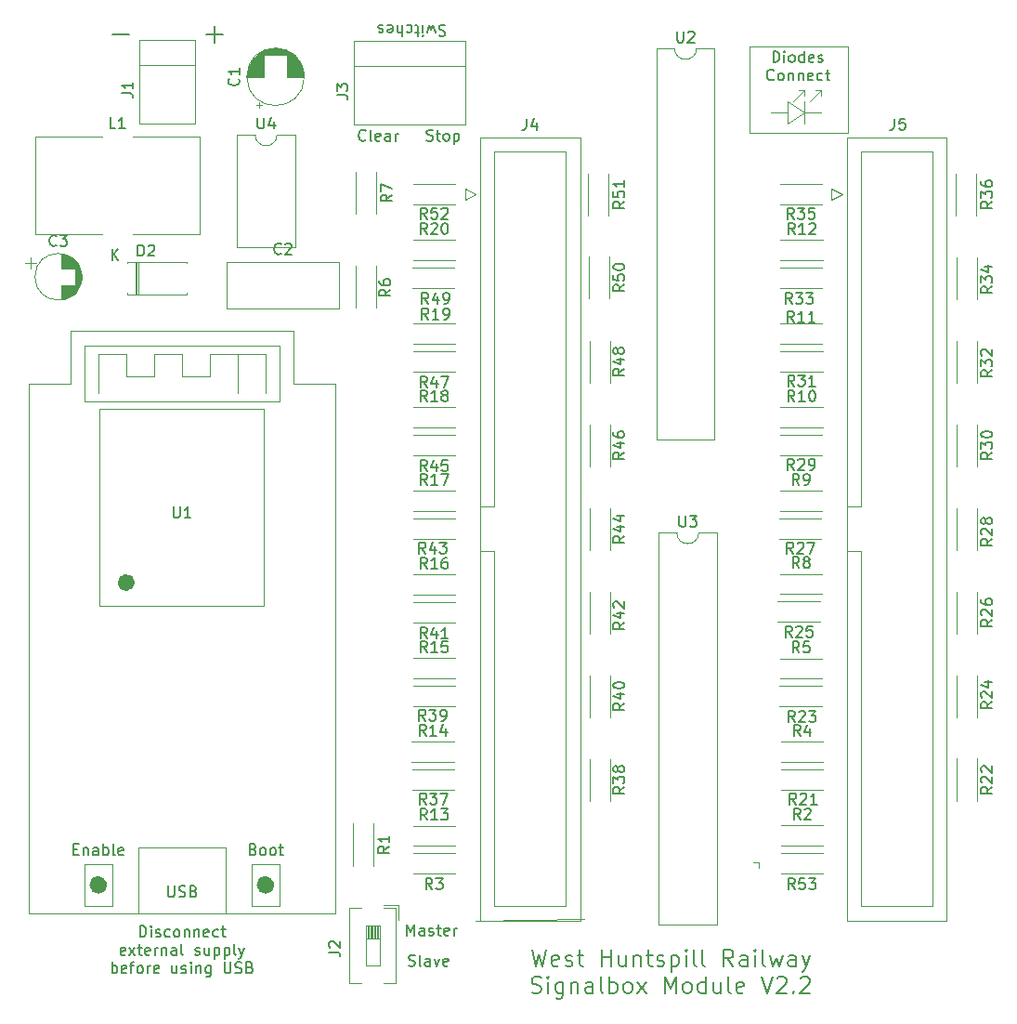
<source format=gbr>
%TF.GenerationSoftware,KiCad,Pcbnew,(5.1.9-0-10_14)*%
%TF.CreationDate,2021-07-30T11:39:19+01:00*%
%TF.ProjectId,SignalBox,5369676e-616c-4426-9f78-2e6b69636164,V2.1*%
%TF.SameCoordinates,Original*%
%TF.FileFunction,Legend,Top*%
%TF.FilePolarity,Positive*%
%FSLAX46Y46*%
G04 Gerber Fmt 4.6, Leading zero omitted, Abs format (unit mm)*
G04 Created by KiCad (PCBNEW (5.1.9-0-10_14)) date 2021-07-30 11:39:19*
%MOMM*%
%LPD*%
G01*
G04 APERTURE LIST*
%ADD10C,0.150000*%
%ADD11C,0.120000*%
%ADD12C,0.200000*%
%ADD13C,0.100000*%
%ADD14C,0.800000*%
%ADD15C,1.000000*%
G04 APERTURE END LIST*
D10*
X134477619Y-57761142D02*
X134430000Y-57808761D01*
X134287142Y-57856380D01*
X134191904Y-57856380D01*
X134049047Y-57808761D01*
X133953809Y-57713523D01*
X133906190Y-57618285D01*
X133858571Y-57427809D01*
X133858571Y-57284952D01*
X133906190Y-57094476D01*
X133953809Y-56999238D01*
X134049047Y-56904000D01*
X134191904Y-56856380D01*
X134287142Y-56856380D01*
X134430000Y-56904000D01*
X134477619Y-56951619D01*
X135049047Y-57856380D02*
X134953809Y-57808761D01*
X134906190Y-57713523D01*
X134906190Y-56856380D01*
X135810952Y-57808761D02*
X135715714Y-57856380D01*
X135525238Y-57856380D01*
X135430000Y-57808761D01*
X135382380Y-57713523D01*
X135382380Y-57332571D01*
X135430000Y-57237333D01*
X135525238Y-57189714D01*
X135715714Y-57189714D01*
X135810952Y-57237333D01*
X135858571Y-57332571D01*
X135858571Y-57427809D01*
X135382380Y-57523047D01*
X136715714Y-57856380D02*
X136715714Y-57332571D01*
X136668095Y-57237333D01*
X136572857Y-57189714D01*
X136382380Y-57189714D01*
X136287142Y-57237333D01*
X136715714Y-57808761D02*
X136620476Y-57856380D01*
X136382380Y-57856380D01*
X136287142Y-57808761D01*
X136239523Y-57713523D01*
X136239523Y-57618285D01*
X136287142Y-57523047D01*
X136382380Y-57475428D01*
X136620476Y-57475428D01*
X136715714Y-57427809D01*
X137191904Y-57856380D02*
X137191904Y-57189714D01*
X137191904Y-57380190D02*
X137239523Y-57284952D01*
X137287142Y-57237333D01*
X137382380Y-57189714D01*
X137477619Y-57189714D01*
X140049047Y-57808761D02*
X140191904Y-57856380D01*
X140430000Y-57856380D01*
X140525238Y-57808761D01*
X140572857Y-57761142D01*
X140620476Y-57665904D01*
X140620476Y-57570666D01*
X140572857Y-57475428D01*
X140525238Y-57427809D01*
X140430000Y-57380190D01*
X140239523Y-57332571D01*
X140144285Y-57284952D01*
X140096666Y-57237333D01*
X140049047Y-57142095D01*
X140049047Y-57046857D01*
X140096666Y-56951619D01*
X140144285Y-56904000D01*
X140239523Y-56856380D01*
X140477619Y-56856380D01*
X140620476Y-56904000D01*
X140906190Y-57189714D02*
X141287142Y-57189714D01*
X141049047Y-56856380D02*
X141049047Y-57713523D01*
X141096666Y-57808761D01*
X141191904Y-57856380D01*
X141287142Y-57856380D01*
X141763333Y-57856380D02*
X141668095Y-57808761D01*
X141620476Y-57761142D01*
X141572857Y-57665904D01*
X141572857Y-57380190D01*
X141620476Y-57284952D01*
X141668095Y-57237333D01*
X141763333Y-57189714D01*
X141906190Y-57189714D01*
X142001428Y-57237333D01*
X142049047Y-57284952D01*
X142096666Y-57380190D01*
X142096666Y-57665904D01*
X142049047Y-57761142D01*
X142001428Y-57808761D01*
X141906190Y-57856380D01*
X141763333Y-57856380D01*
X142525238Y-57189714D02*
X142525238Y-58189714D01*
X142525238Y-57237333D02*
X142620476Y-57189714D01*
X142810952Y-57189714D01*
X142906190Y-57237333D01*
X142953809Y-57284952D01*
X143001428Y-57380190D01*
X143001428Y-57665904D01*
X142953809Y-57761142D01*
X142906190Y-57808761D01*
X142810952Y-57856380D01*
X142620476Y-57856380D01*
X142525238Y-57808761D01*
D11*
X178435000Y-49276000D02*
X178435000Y-57150000D01*
X169479000Y-57173000D02*
X178479000Y-57173000D01*
X169479000Y-49273000D02*
X169479000Y-57173000D01*
X178379000Y-49273000D02*
X169479000Y-49273000D01*
D10*
X171640904Y-50700380D02*
X171640904Y-49700380D01*
X171879000Y-49700380D01*
X172021857Y-49748000D01*
X172117095Y-49843238D01*
X172164714Y-49938476D01*
X172212333Y-50128952D01*
X172212333Y-50271809D01*
X172164714Y-50462285D01*
X172117095Y-50557523D01*
X172021857Y-50652761D01*
X171879000Y-50700380D01*
X171640904Y-50700380D01*
X172640904Y-50700380D02*
X172640904Y-50033714D01*
X172640904Y-49700380D02*
X172593285Y-49748000D01*
X172640904Y-49795619D01*
X172688523Y-49748000D01*
X172640904Y-49700380D01*
X172640904Y-49795619D01*
X173259952Y-50700380D02*
X173164714Y-50652761D01*
X173117095Y-50605142D01*
X173069476Y-50509904D01*
X173069476Y-50224190D01*
X173117095Y-50128952D01*
X173164714Y-50081333D01*
X173259952Y-50033714D01*
X173402809Y-50033714D01*
X173498047Y-50081333D01*
X173545666Y-50128952D01*
X173593285Y-50224190D01*
X173593285Y-50509904D01*
X173545666Y-50605142D01*
X173498047Y-50652761D01*
X173402809Y-50700380D01*
X173259952Y-50700380D01*
X174450428Y-50700380D02*
X174450428Y-49700380D01*
X174450428Y-50652761D02*
X174355190Y-50700380D01*
X174164714Y-50700380D01*
X174069476Y-50652761D01*
X174021857Y-50605142D01*
X173974238Y-50509904D01*
X173974238Y-50224190D01*
X174021857Y-50128952D01*
X174069476Y-50081333D01*
X174164714Y-50033714D01*
X174355190Y-50033714D01*
X174450428Y-50081333D01*
X175307571Y-50652761D02*
X175212333Y-50700380D01*
X175021857Y-50700380D01*
X174926619Y-50652761D01*
X174879000Y-50557523D01*
X174879000Y-50176571D01*
X174926619Y-50081333D01*
X175021857Y-50033714D01*
X175212333Y-50033714D01*
X175307571Y-50081333D01*
X175355190Y-50176571D01*
X175355190Y-50271809D01*
X174879000Y-50367047D01*
X175736142Y-50652761D02*
X175831380Y-50700380D01*
X176021857Y-50700380D01*
X176117095Y-50652761D01*
X176164714Y-50557523D01*
X176164714Y-50509904D01*
X176117095Y-50414666D01*
X176021857Y-50367047D01*
X175879000Y-50367047D01*
X175783761Y-50319428D01*
X175736142Y-50224190D01*
X175736142Y-50176571D01*
X175783761Y-50081333D01*
X175879000Y-50033714D01*
X176021857Y-50033714D01*
X176117095Y-50081333D01*
X171688523Y-52255142D02*
X171640904Y-52302761D01*
X171498047Y-52350380D01*
X171402809Y-52350380D01*
X171259952Y-52302761D01*
X171164714Y-52207523D01*
X171117095Y-52112285D01*
X171069476Y-51921809D01*
X171069476Y-51778952D01*
X171117095Y-51588476D01*
X171164714Y-51493238D01*
X171259952Y-51398000D01*
X171402809Y-51350380D01*
X171498047Y-51350380D01*
X171640904Y-51398000D01*
X171688523Y-51445619D01*
X172259952Y-52350380D02*
X172164714Y-52302761D01*
X172117095Y-52255142D01*
X172069476Y-52159904D01*
X172069476Y-51874190D01*
X172117095Y-51778952D01*
X172164714Y-51731333D01*
X172259952Y-51683714D01*
X172402809Y-51683714D01*
X172498047Y-51731333D01*
X172545666Y-51778952D01*
X172593285Y-51874190D01*
X172593285Y-52159904D01*
X172545666Y-52255142D01*
X172498047Y-52302761D01*
X172402809Y-52350380D01*
X172259952Y-52350380D01*
X173021857Y-51683714D02*
X173021857Y-52350380D01*
X173021857Y-51778952D02*
X173069476Y-51731333D01*
X173164714Y-51683714D01*
X173307571Y-51683714D01*
X173402809Y-51731333D01*
X173450428Y-51826571D01*
X173450428Y-52350380D01*
X173926619Y-51683714D02*
X173926619Y-52350380D01*
X173926619Y-51778952D02*
X173974238Y-51731333D01*
X174069476Y-51683714D01*
X174212333Y-51683714D01*
X174307571Y-51731333D01*
X174355190Y-51826571D01*
X174355190Y-52350380D01*
X175212333Y-52302761D02*
X175117095Y-52350380D01*
X174926619Y-52350380D01*
X174831380Y-52302761D01*
X174783761Y-52207523D01*
X174783761Y-51826571D01*
X174831380Y-51731333D01*
X174926619Y-51683714D01*
X175117095Y-51683714D01*
X175212333Y-51731333D01*
X175259952Y-51826571D01*
X175259952Y-51921809D01*
X174783761Y-52017047D01*
X176117095Y-52302761D02*
X176021857Y-52350380D01*
X175831380Y-52350380D01*
X175736142Y-52302761D01*
X175688523Y-52255142D01*
X175640904Y-52159904D01*
X175640904Y-51874190D01*
X175688523Y-51778952D01*
X175736142Y-51731333D01*
X175831380Y-51683714D01*
X176021857Y-51683714D01*
X176117095Y-51731333D01*
X176402809Y-51683714D02*
X176783761Y-51683714D01*
X176545666Y-51350380D02*
X176545666Y-52207523D01*
X176593285Y-52302761D01*
X176688523Y-52350380D01*
X176783761Y-52350380D01*
X113908766Y-130396080D02*
X113908766Y-129396080D01*
X114146861Y-129396080D01*
X114289719Y-129443700D01*
X114384957Y-129538938D01*
X114432576Y-129634176D01*
X114480195Y-129824652D01*
X114480195Y-129967509D01*
X114432576Y-130157985D01*
X114384957Y-130253223D01*
X114289719Y-130348461D01*
X114146861Y-130396080D01*
X113908766Y-130396080D01*
X114908766Y-130396080D02*
X114908766Y-129729414D01*
X114908766Y-129396080D02*
X114861147Y-129443700D01*
X114908766Y-129491319D01*
X114956385Y-129443700D01*
X114908766Y-129396080D01*
X114908766Y-129491319D01*
X115337338Y-130348461D02*
X115432576Y-130396080D01*
X115623052Y-130396080D01*
X115718290Y-130348461D01*
X115765909Y-130253223D01*
X115765909Y-130205604D01*
X115718290Y-130110366D01*
X115623052Y-130062747D01*
X115480195Y-130062747D01*
X115384957Y-130015128D01*
X115337338Y-129919890D01*
X115337338Y-129872271D01*
X115384957Y-129777033D01*
X115480195Y-129729414D01*
X115623052Y-129729414D01*
X115718290Y-129777033D01*
X116623052Y-130348461D02*
X116527814Y-130396080D01*
X116337338Y-130396080D01*
X116242100Y-130348461D01*
X116194480Y-130300842D01*
X116146861Y-130205604D01*
X116146861Y-129919890D01*
X116194480Y-129824652D01*
X116242100Y-129777033D01*
X116337338Y-129729414D01*
X116527814Y-129729414D01*
X116623052Y-129777033D01*
X117194480Y-130396080D02*
X117099242Y-130348461D01*
X117051623Y-130300842D01*
X117004004Y-130205604D01*
X117004004Y-129919890D01*
X117051623Y-129824652D01*
X117099242Y-129777033D01*
X117194480Y-129729414D01*
X117337338Y-129729414D01*
X117432576Y-129777033D01*
X117480195Y-129824652D01*
X117527814Y-129919890D01*
X117527814Y-130205604D01*
X117480195Y-130300842D01*
X117432576Y-130348461D01*
X117337338Y-130396080D01*
X117194480Y-130396080D01*
X117956385Y-129729414D02*
X117956385Y-130396080D01*
X117956385Y-129824652D02*
X118004004Y-129777033D01*
X118099242Y-129729414D01*
X118242100Y-129729414D01*
X118337338Y-129777033D01*
X118384957Y-129872271D01*
X118384957Y-130396080D01*
X118861147Y-129729414D02*
X118861147Y-130396080D01*
X118861147Y-129824652D02*
X118908766Y-129777033D01*
X119004004Y-129729414D01*
X119146861Y-129729414D01*
X119242100Y-129777033D01*
X119289719Y-129872271D01*
X119289719Y-130396080D01*
X120146861Y-130348461D02*
X120051623Y-130396080D01*
X119861147Y-130396080D01*
X119765909Y-130348461D01*
X119718290Y-130253223D01*
X119718290Y-129872271D01*
X119765909Y-129777033D01*
X119861147Y-129729414D01*
X120051623Y-129729414D01*
X120146861Y-129777033D01*
X120194480Y-129872271D01*
X120194480Y-129967509D01*
X119718290Y-130062747D01*
X121051623Y-130348461D02*
X120956385Y-130396080D01*
X120765909Y-130396080D01*
X120670671Y-130348461D01*
X120623052Y-130300842D01*
X120575433Y-130205604D01*
X120575433Y-129919890D01*
X120623052Y-129824652D01*
X120670671Y-129777033D01*
X120765909Y-129729414D01*
X120956385Y-129729414D01*
X121051623Y-129777033D01*
X121337338Y-129729414D02*
X121718290Y-129729414D01*
X121480195Y-129396080D02*
X121480195Y-130253223D01*
X121527814Y-130348461D01*
X121623052Y-130396080D01*
X121718290Y-130396080D01*
X112551623Y-131998461D02*
X112456385Y-132046080D01*
X112265909Y-132046080D01*
X112170671Y-131998461D01*
X112123052Y-131903223D01*
X112123052Y-131522271D01*
X112170671Y-131427033D01*
X112265909Y-131379414D01*
X112456385Y-131379414D01*
X112551623Y-131427033D01*
X112599242Y-131522271D01*
X112599242Y-131617509D01*
X112123052Y-131712747D01*
X112932576Y-132046080D02*
X113456385Y-131379414D01*
X112932576Y-131379414D02*
X113456385Y-132046080D01*
X113694480Y-131379414D02*
X114075433Y-131379414D01*
X113837338Y-131046080D02*
X113837338Y-131903223D01*
X113884957Y-131998461D01*
X113980195Y-132046080D01*
X114075433Y-132046080D01*
X114789719Y-131998461D02*
X114694480Y-132046080D01*
X114504004Y-132046080D01*
X114408766Y-131998461D01*
X114361147Y-131903223D01*
X114361147Y-131522271D01*
X114408766Y-131427033D01*
X114504004Y-131379414D01*
X114694480Y-131379414D01*
X114789719Y-131427033D01*
X114837338Y-131522271D01*
X114837338Y-131617509D01*
X114361147Y-131712747D01*
X115265909Y-132046080D02*
X115265909Y-131379414D01*
X115265909Y-131569890D02*
X115313528Y-131474652D01*
X115361147Y-131427033D01*
X115456385Y-131379414D01*
X115551623Y-131379414D01*
X115884957Y-131379414D02*
X115884957Y-132046080D01*
X115884957Y-131474652D02*
X115932576Y-131427033D01*
X116027814Y-131379414D01*
X116170671Y-131379414D01*
X116265909Y-131427033D01*
X116313528Y-131522271D01*
X116313528Y-132046080D01*
X117218290Y-132046080D02*
X117218290Y-131522271D01*
X117170671Y-131427033D01*
X117075433Y-131379414D01*
X116884957Y-131379414D01*
X116789719Y-131427033D01*
X117218290Y-131998461D02*
X117123052Y-132046080D01*
X116884957Y-132046080D01*
X116789719Y-131998461D01*
X116742100Y-131903223D01*
X116742100Y-131807985D01*
X116789719Y-131712747D01*
X116884957Y-131665128D01*
X117123052Y-131665128D01*
X117218290Y-131617509D01*
X117837338Y-132046080D02*
X117742100Y-131998461D01*
X117694480Y-131903223D01*
X117694480Y-131046080D01*
X118932576Y-131998461D02*
X119027814Y-132046080D01*
X119218290Y-132046080D01*
X119313528Y-131998461D01*
X119361147Y-131903223D01*
X119361147Y-131855604D01*
X119313528Y-131760366D01*
X119218290Y-131712747D01*
X119075433Y-131712747D01*
X118980195Y-131665128D01*
X118932576Y-131569890D01*
X118932576Y-131522271D01*
X118980195Y-131427033D01*
X119075433Y-131379414D01*
X119218290Y-131379414D01*
X119313528Y-131427033D01*
X120218290Y-131379414D02*
X120218290Y-132046080D01*
X119789719Y-131379414D02*
X119789719Y-131903223D01*
X119837338Y-131998461D01*
X119932576Y-132046080D01*
X120075433Y-132046080D01*
X120170671Y-131998461D01*
X120218290Y-131950842D01*
X120694480Y-131379414D02*
X120694480Y-132379414D01*
X120694480Y-131427033D02*
X120789719Y-131379414D01*
X120980195Y-131379414D01*
X121075433Y-131427033D01*
X121123052Y-131474652D01*
X121170671Y-131569890D01*
X121170671Y-131855604D01*
X121123052Y-131950842D01*
X121075433Y-131998461D01*
X120980195Y-132046080D01*
X120789719Y-132046080D01*
X120694480Y-131998461D01*
X121599242Y-131379414D02*
X121599242Y-132379414D01*
X121599242Y-131427033D02*
X121694480Y-131379414D01*
X121884957Y-131379414D01*
X121980195Y-131427033D01*
X122027814Y-131474652D01*
X122075433Y-131569890D01*
X122075433Y-131855604D01*
X122027814Y-131950842D01*
X121980195Y-131998461D01*
X121884957Y-132046080D01*
X121694480Y-132046080D01*
X121599242Y-131998461D01*
X122646861Y-132046080D02*
X122551623Y-131998461D01*
X122504004Y-131903223D01*
X122504004Y-131046080D01*
X122932576Y-131379414D02*
X123170671Y-132046080D01*
X123408766Y-131379414D02*
X123170671Y-132046080D01*
X123075433Y-132284176D01*
X123027814Y-132331795D01*
X122932576Y-132379414D01*
X111361147Y-133696080D02*
X111361147Y-132696080D01*
X111361147Y-133077033D02*
X111456385Y-133029414D01*
X111646861Y-133029414D01*
X111742100Y-133077033D01*
X111789719Y-133124652D01*
X111837338Y-133219890D01*
X111837338Y-133505604D01*
X111789719Y-133600842D01*
X111742100Y-133648461D01*
X111646861Y-133696080D01*
X111456385Y-133696080D01*
X111361147Y-133648461D01*
X112646861Y-133648461D02*
X112551623Y-133696080D01*
X112361147Y-133696080D01*
X112265909Y-133648461D01*
X112218290Y-133553223D01*
X112218290Y-133172271D01*
X112265909Y-133077033D01*
X112361147Y-133029414D01*
X112551623Y-133029414D01*
X112646861Y-133077033D01*
X112694480Y-133172271D01*
X112694480Y-133267509D01*
X112218290Y-133362747D01*
X112980195Y-133029414D02*
X113361147Y-133029414D01*
X113123052Y-133696080D02*
X113123052Y-132838938D01*
X113170671Y-132743700D01*
X113265909Y-132696080D01*
X113361147Y-132696080D01*
X113837338Y-133696080D02*
X113742100Y-133648461D01*
X113694480Y-133600842D01*
X113646861Y-133505604D01*
X113646861Y-133219890D01*
X113694480Y-133124652D01*
X113742100Y-133077033D01*
X113837338Y-133029414D01*
X113980195Y-133029414D01*
X114075433Y-133077033D01*
X114123052Y-133124652D01*
X114170671Y-133219890D01*
X114170671Y-133505604D01*
X114123052Y-133600842D01*
X114075433Y-133648461D01*
X113980195Y-133696080D01*
X113837338Y-133696080D01*
X114599242Y-133696080D02*
X114599242Y-133029414D01*
X114599242Y-133219890D02*
X114646861Y-133124652D01*
X114694480Y-133077033D01*
X114789719Y-133029414D01*
X114884957Y-133029414D01*
X115599242Y-133648461D02*
X115504004Y-133696080D01*
X115313528Y-133696080D01*
X115218290Y-133648461D01*
X115170671Y-133553223D01*
X115170671Y-133172271D01*
X115218290Y-133077033D01*
X115313528Y-133029414D01*
X115504004Y-133029414D01*
X115599242Y-133077033D01*
X115646861Y-133172271D01*
X115646861Y-133267509D01*
X115170671Y-133362747D01*
X117265909Y-133029414D02*
X117265909Y-133696080D01*
X116837338Y-133029414D02*
X116837338Y-133553223D01*
X116884957Y-133648461D01*
X116980195Y-133696080D01*
X117123052Y-133696080D01*
X117218290Y-133648461D01*
X117265909Y-133600842D01*
X117694480Y-133648461D02*
X117789719Y-133696080D01*
X117980195Y-133696080D01*
X118075433Y-133648461D01*
X118123052Y-133553223D01*
X118123052Y-133505604D01*
X118075433Y-133410366D01*
X117980195Y-133362747D01*
X117837338Y-133362747D01*
X117742100Y-133315128D01*
X117694480Y-133219890D01*
X117694480Y-133172271D01*
X117742100Y-133077033D01*
X117837338Y-133029414D01*
X117980195Y-133029414D01*
X118075433Y-133077033D01*
X118551623Y-133696080D02*
X118551623Y-133029414D01*
X118551623Y-132696080D02*
X118504004Y-132743700D01*
X118551623Y-132791319D01*
X118599242Y-132743700D01*
X118551623Y-132696080D01*
X118551623Y-132791319D01*
X119027814Y-133029414D02*
X119027814Y-133696080D01*
X119027814Y-133124652D02*
X119075433Y-133077033D01*
X119170671Y-133029414D01*
X119313528Y-133029414D01*
X119408766Y-133077033D01*
X119456385Y-133172271D01*
X119456385Y-133696080D01*
X120361147Y-133029414D02*
X120361147Y-133838938D01*
X120313528Y-133934176D01*
X120265909Y-133981795D01*
X120170671Y-134029414D01*
X120027814Y-134029414D01*
X119932576Y-133981795D01*
X120361147Y-133648461D02*
X120265909Y-133696080D01*
X120075433Y-133696080D01*
X119980195Y-133648461D01*
X119932576Y-133600842D01*
X119884957Y-133505604D01*
X119884957Y-133219890D01*
X119932576Y-133124652D01*
X119980195Y-133077033D01*
X120075433Y-133029414D01*
X120265909Y-133029414D01*
X120361147Y-133077033D01*
X121599242Y-132696080D02*
X121599242Y-133505604D01*
X121646861Y-133600842D01*
X121694480Y-133648461D01*
X121789719Y-133696080D01*
X121980195Y-133696080D01*
X122075433Y-133648461D01*
X122123052Y-133600842D01*
X122170671Y-133505604D01*
X122170671Y-132696080D01*
X122599242Y-133648461D02*
X122742100Y-133696080D01*
X122980195Y-133696080D01*
X123075433Y-133648461D01*
X123123052Y-133600842D01*
X123170671Y-133505604D01*
X123170671Y-133410366D01*
X123123052Y-133315128D01*
X123075433Y-133267509D01*
X122980195Y-133219890D01*
X122789719Y-133172271D01*
X122694480Y-133124652D01*
X122646861Y-133077033D01*
X122599242Y-132981795D01*
X122599242Y-132886557D01*
X122646861Y-132791319D01*
X122694480Y-132743700D01*
X122789719Y-132696080D01*
X123027814Y-132696080D01*
X123170671Y-132743700D01*
X123932576Y-133172271D02*
X124075433Y-133219890D01*
X124123052Y-133267509D01*
X124170671Y-133362747D01*
X124170671Y-133505604D01*
X124123052Y-133600842D01*
X124075433Y-133648461D01*
X123980195Y-133696080D01*
X123599242Y-133696080D01*
X123599242Y-132696080D01*
X123932576Y-132696080D01*
X124027814Y-132743700D01*
X124075433Y-132791319D01*
X124123052Y-132886557D01*
X124123052Y-132981795D01*
X124075433Y-133077033D01*
X124027814Y-133124652D01*
X123932576Y-133172271D01*
X123599242Y-133172271D01*
X138398476Y-132992761D02*
X138541333Y-133040380D01*
X138779428Y-133040380D01*
X138874666Y-132992761D01*
X138922285Y-132945142D01*
X138969904Y-132849904D01*
X138969904Y-132754666D01*
X138922285Y-132659428D01*
X138874666Y-132611809D01*
X138779428Y-132564190D01*
X138588952Y-132516571D01*
X138493714Y-132468952D01*
X138446095Y-132421333D01*
X138398476Y-132326095D01*
X138398476Y-132230857D01*
X138446095Y-132135619D01*
X138493714Y-132088000D01*
X138588952Y-132040380D01*
X138827047Y-132040380D01*
X138969904Y-132088000D01*
X139541333Y-133040380D02*
X139446095Y-132992761D01*
X139398476Y-132897523D01*
X139398476Y-132040380D01*
X140350857Y-133040380D02*
X140350857Y-132516571D01*
X140303238Y-132421333D01*
X140208000Y-132373714D01*
X140017523Y-132373714D01*
X139922285Y-132421333D01*
X140350857Y-132992761D02*
X140255619Y-133040380D01*
X140017523Y-133040380D01*
X139922285Y-132992761D01*
X139874666Y-132897523D01*
X139874666Y-132802285D01*
X139922285Y-132707047D01*
X140017523Y-132659428D01*
X140255619Y-132659428D01*
X140350857Y-132611809D01*
X140731809Y-132373714D02*
X140969904Y-133040380D01*
X141208000Y-132373714D01*
X141969904Y-132992761D02*
X141874666Y-133040380D01*
X141684190Y-133040380D01*
X141588952Y-132992761D01*
X141541333Y-132897523D01*
X141541333Y-132516571D01*
X141588952Y-132421333D01*
X141684190Y-132373714D01*
X141874666Y-132373714D01*
X141969904Y-132421333D01*
X142017523Y-132516571D01*
X142017523Y-132611809D01*
X141541333Y-132707047D01*
X138247714Y-130246380D02*
X138247714Y-129246380D01*
X138581047Y-129960666D01*
X138914380Y-129246380D01*
X138914380Y-130246380D01*
X139819142Y-130246380D02*
X139819142Y-129722571D01*
X139771523Y-129627333D01*
X139676285Y-129579714D01*
X139485809Y-129579714D01*
X139390571Y-129627333D01*
X139819142Y-130198761D02*
X139723904Y-130246380D01*
X139485809Y-130246380D01*
X139390571Y-130198761D01*
X139342952Y-130103523D01*
X139342952Y-130008285D01*
X139390571Y-129913047D01*
X139485809Y-129865428D01*
X139723904Y-129865428D01*
X139819142Y-129817809D01*
X140247714Y-130198761D02*
X140342952Y-130246380D01*
X140533428Y-130246380D01*
X140628666Y-130198761D01*
X140676285Y-130103523D01*
X140676285Y-130055904D01*
X140628666Y-129960666D01*
X140533428Y-129913047D01*
X140390571Y-129913047D01*
X140295333Y-129865428D01*
X140247714Y-129770190D01*
X140247714Y-129722571D01*
X140295333Y-129627333D01*
X140390571Y-129579714D01*
X140533428Y-129579714D01*
X140628666Y-129627333D01*
X140962000Y-129579714D02*
X141342952Y-129579714D01*
X141104857Y-129246380D02*
X141104857Y-130103523D01*
X141152476Y-130198761D01*
X141247714Y-130246380D01*
X141342952Y-130246380D01*
X142057238Y-130198761D02*
X141962000Y-130246380D01*
X141771523Y-130246380D01*
X141676285Y-130198761D01*
X141628666Y-130103523D01*
X141628666Y-129722571D01*
X141676285Y-129627333D01*
X141771523Y-129579714D01*
X141962000Y-129579714D01*
X142057238Y-129627333D01*
X142104857Y-129722571D01*
X142104857Y-129817809D01*
X141628666Y-129913047D01*
X142533428Y-130246380D02*
X142533428Y-129579714D01*
X142533428Y-129770190D02*
X142581047Y-129674952D01*
X142628666Y-129627333D01*
X142723904Y-129579714D01*
X142819142Y-129579714D01*
D12*
X149627428Y-131557571D02*
X149984571Y-133057571D01*
X150270285Y-131986142D01*
X150556000Y-133057571D01*
X150913142Y-131557571D01*
X152056000Y-132986142D02*
X151913142Y-133057571D01*
X151627428Y-133057571D01*
X151484571Y-132986142D01*
X151413142Y-132843285D01*
X151413142Y-132271857D01*
X151484571Y-132129000D01*
X151627428Y-132057571D01*
X151913142Y-132057571D01*
X152056000Y-132129000D01*
X152127428Y-132271857D01*
X152127428Y-132414714D01*
X151413142Y-132557571D01*
X152698857Y-132986142D02*
X152841714Y-133057571D01*
X153127428Y-133057571D01*
X153270285Y-132986142D01*
X153341714Y-132843285D01*
X153341714Y-132771857D01*
X153270285Y-132629000D01*
X153127428Y-132557571D01*
X152913142Y-132557571D01*
X152770285Y-132486142D01*
X152698857Y-132343285D01*
X152698857Y-132271857D01*
X152770285Y-132129000D01*
X152913142Y-132057571D01*
X153127428Y-132057571D01*
X153270285Y-132129000D01*
X153770285Y-132057571D02*
X154341714Y-132057571D01*
X153984571Y-131557571D02*
X153984571Y-132843285D01*
X154056000Y-132986142D01*
X154198857Y-133057571D01*
X154341714Y-133057571D01*
X155984571Y-133057571D02*
X155984571Y-131557571D01*
X155984571Y-132271857D02*
X156841714Y-132271857D01*
X156841714Y-133057571D02*
X156841714Y-131557571D01*
X158198857Y-132057571D02*
X158198857Y-133057571D01*
X157556000Y-132057571D02*
X157556000Y-132843285D01*
X157627428Y-132986142D01*
X157770285Y-133057571D01*
X157984571Y-133057571D01*
X158127428Y-132986142D01*
X158198857Y-132914714D01*
X158913142Y-132057571D02*
X158913142Y-133057571D01*
X158913142Y-132200428D02*
X158984571Y-132129000D01*
X159127428Y-132057571D01*
X159341714Y-132057571D01*
X159484571Y-132129000D01*
X159556000Y-132271857D01*
X159556000Y-133057571D01*
X160056000Y-132057571D02*
X160627428Y-132057571D01*
X160270285Y-131557571D02*
X160270285Y-132843285D01*
X160341714Y-132986142D01*
X160484571Y-133057571D01*
X160627428Y-133057571D01*
X161056000Y-132986142D02*
X161198857Y-133057571D01*
X161484571Y-133057571D01*
X161627428Y-132986142D01*
X161698857Y-132843285D01*
X161698857Y-132771857D01*
X161627428Y-132629000D01*
X161484571Y-132557571D01*
X161270285Y-132557571D01*
X161127428Y-132486142D01*
X161056000Y-132343285D01*
X161056000Y-132271857D01*
X161127428Y-132129000D01*
X161270285Y-132057571D01*
X161484571Y-132057571D01*
X161627428Y-132129000D01*
X162341714Y-132057571D02*
X162341714Y-133557571D01*
X162341714Y-132129000D02*
X162484571Y-132057571D01*
X162770285Y-132057571D01*
X162913142Y-132129000D01*
X162984571Y-132200428D01*
X163056000Y-132343285D01*
X163056000Y-132771857D01*
X162984571Y-132914714D01*
X162913142Y-132986142D01*
X162770285Y-133057571D01*
X162484571Y-133057571D01*
X162341714Y-132986142D01*
X163698857Y-133057571D02*
X163698857Y-132057571D01*
X163698857Y-131557571D02*
X163627428Y-131629000D01*
X163698857Y-131700428D01*
X163770285Y-131629000D01*
X163698857Y-131557571D01*
X163698857Y-131700428D01*
X164627428Y-133057571D02*
X164484571Y-132986142D01*
X164413142Y-132843285D01*
X164413142Y-131557571D01*
X165413142Y-133057571D02*
X165270285Y-132986142D01*
X165198857Y-132843285D01*
X165198857Y-131557571D01*
X167984571Y-133057571D02*
X167484571Y-132343285D01*
X167127428Y-133057571D02*
X167127428Y-131557571D01*
X167698857Y-131557571D01*
X167841714Y-131629000D01*
X167913142Y-131700428D01*
X167984571Y-131843285D01*
X167984571Y-132057571D01*
X167913142Y-132200428D01*
X167841714Y-132271857D01*
X167698857Y-132343285D01*
X167127428Y-132343285D01*
X169270285Y-133057571D02*
X169270285Y-132271857D01*
X169198857Y-132129000D01*
X169056000Y-132057571D01*
X168770285Y-132057571D01*
X168627428Y-132129000D01*
X169270285Y-132986142D02*
X169127428Y-133057571D01*
X168770285Y-133057571D01*
X168627428Y-132986142D01*
X168556000Y-132843285D01*
X168556000Y-132700428D01*
X168627428Y-132557571D01*
X168770285Y-132486142D01*
X169127428Y-132486142D01*
X169270285Y-132414714D01*
X169984571Y-133057571D02*
X169984571Y-132057571D01*
X169984571Y-131557571D02*
X169913142Y-131629000D01*
X169984571Y-131700428D01*
X170056000Y-131629000D01*
X169984571Y-131557571D01*
X169984571Y-131700428D01*
X170913142Y-133057571D02*
X170770285Y-132986142D01*
X170698857Y-132843285D01*
X170698857Y-131557571D01*
X171341714Y-132057571D02*
X171627428Y-133057571D01*
X171913142Y-132343285D01*
X172198857Y-133057571D01*
X172484571Y-132057571D01*
X173698857Y-133057571D02*
X173698857Y-132271857D01*
X173627428Y-132129000D01*
X173484571Y-132057571D01*
X173198857Y-132057571D01*
X173056000Y-132129000D01*
X173698857Y-132986142D02*
X173556000Y-133057571D01*
X173198857Y-133057571D01*
X173056000Y-132986142D01*
X172984571Y-132843285D01*
X172984571Y-132700428D01*
X173056000Y-132557571D01*
X173198857Y-132486142D01*
X173556000Y-132486142D01*
X173698857Y-132414714D01*
X174270285Y-132057571D02*
X174627428Y-133057571D01*
X174984571Y-132057571D02*
X174627428Y-133057571D01*
X174484571Y-133414714D01*
X174413142Y-133486142D01*
X174270285Y-133557571D01*
X149627428Y-135436142D02*
X149841714Y-135507571D01*
X150198857Y-135507571D01*
X150341714Y-135436142D01*
X150413142Y-135364714D01*
X150484571Y-135221857D01*
X150484571Y-135079000D01*
X150413142Y-134936142D01*
X150341714Y-134864714D01*
X150198857Y-134793285D01*
X149913142Y-134721857D01*
X149770285Y-134650428D01*
X149698857Y-134579000D01*
X149627428Y-134436142D01*
X149627428Y-134293285D01*
X149698857Y-134150428D01*
X149770285Y-134079000D01*
X149913142Y-134007571D01*
X150270285Y-134007571D01*
X150484571Y-134079000D01*
X151127428Y-135507571D02*
X151127428Y-134507571D01*
X151127428Y-134007571D02*
X151056000Y-134079000D01*
X151127428Y-134150428D01*
X151198857Y-134079000D01*
X151127428Y-134007571D01*
X151127428Y-134150428D01*
X152484571Y-134507571D02*
X152484571Y-135721857D01*
X152413142Y-135864714D01*
X152341714Y-135936142D01*
X152198857Y-136007571D01*
X151984571Y-136007571D01*
X151841714Y-135936142D01*
X152484571Y-135436142D02*
X152341714Y-135507571D01*
X152056000Y-135507571D01*
X151913142Y-135436142D01*
X151841714Y-135364714D01*
X151770285Y-135221857D01*
X151770285Y-134793285D01*
X151841714Y-134650428D01*
X151913142Y-134579000D01*
X152056000Y-134507571D01*
X152341714Y-134507571D01*
X152484571Y-134579000D01*
X153198857Y-134507571D02*
X153198857Y-135507571D01*
X153198857Y-134650428D02*
X153270285Y-134579000D01*
X153413142Y-134507571D01*
X153627428Y-134507571D01*
X153770285Y-134579000D01*
X153841714Y-134721857D01*
X153841714Y-135507571D01*
X155198857Y-135507571D02*
X155198857Y-134721857D01*
X155127428Y-134579000D01*
X154984571Y-134507571D01*
X154698857Y-134507571D01*
X154556000Y-134579000D01*
X155198857Y-135436142D02*
X155056000Y-135507571D01*
X154698857Y-135507571D01*
X154556000Y-135436142D01*
X154484571Y-135293285D01*
X154484571Y-135150428D01*
X154556000Y-135007571D01*
X154698857Y-134936142D01*
X155056000Y-134936142D01*
X155198857Y-134864714D01*
X156127428Y-135507571D02*
X155984571Y-135436142D01*
X155913142Y-135293285D01*
X155913142Y-134007571D01*
X156698857Y-135507571D02*
X156698857Y-134007571D01*
X156698857Y-134579000D02*
X156841714Y-134507571D01*
X157127428Y-134507571D01*
X157270285Y-134579000D01*
X157341714Y-134650428D01*
X157413142Y-134793285D01*
X157413142Y-135221857D01*
X157341714Y-135364714D01*
X157270285Y-135436142D01*
X157127428Y-135507571D01*
X156841714Y-135507571D01*
X156698857Y-135436142D01*
X158270285Y-135507571D02*
X158127428Y-135436142D01*
X158056000Y-135364714D01*
X157984571Y-135221857D01*
X157984571Y-134793285D01*
X158056000Y-134650428D01*
X158127428Y-134579000D01*
X158270285Y-134507571D01*
X158484571Y-134507571D01*
X158627428Y-134579000D01*
X158698857Y-134650428D01*
X158770285Y-134793285D01*
X158770285Y-135221857D01*
X158698857Y-135364714D01*
X158627428Y-135436142D01*
X158484571Y-135507571D01*
X158270285Y-135507571D01*
X159270285Y-135507571D02*
X160056000Y-134507571D01*
X159270285Y-134507571D02*
X160056000Y-135507571D01*
X161770285Y-135507571D02*
X161770285Y-134007571D01*
X162270285Y-135079000D01*
X162770285Y-134007571D01*
X162770285Y-135507571D01*
X163698857Y-135507571D02*
X163556000Y-135436142D01*
X163484571Y-135364714D01*
X163413142Y-135221857D01*
X163413142Y-134793285D01*
X163484571Y-134650428D01*
X163556000Y-134579000D01*
X163698857Y-134507571D01*
X163913142Y-134507571D01*
X164056000Y-134579000D01*
X164127428Y-134650428D01*
X164198857Y-134793285D01*
X164198857Y-135221857D01*
X164127428Y-135364714D01*
X164056000Y-135436142D01*
X163913142Y-135507571D01*
X163698857Y-135507571D01*
X165484571Y-135507571D02*
X165484571Y-134007571D01*
X165484571Y-135436142D02*
X165341714Y-135507571D01*
X165056000Y-135507571D01*
X164913142Y-135436142D01*
X164841714Y-135364714D01*
X164770285Y-135221857D01*
X164770285Y-134793285D01*
X164841714Y-134650428D01*
X164913142Y-134579000D01*
X165056000Y-134507571D01*
X165341714Y-134507571D01*
X165484571Y-134579000D01*
X166841714Y-134507571D02*
X166841714Y-135507571D01*
X166198857Y-134507571D02*
X166198857Y-135293285D01*
X166270285Y-135436142D01*
X166413142Y-135507571D01*
X166627428Y-135507571D01*
X166770285Y-135436142D01*
X166841714Y-135364714D01*
X167770285Y-135507571D02*
X167627428Y-135436142D01*
X167556000Y-135293285D01*
X167556000Y-134007571D01*
X168913142Y-135436142D02*
X168770285Y-135507571D01*
X168484571Y-135507571D01*
X168341714Y-135436142D01*
X168270285Y-135293285D01*
X168270285Y-134721857D01*
X168341714Y-134579000D01*
X168484571Y-134507571D01*
X168770285Y-134507571D01*
X168913142Y-134579000D01*
X168984571Y-134721857D01*
X168984571Y-134864714D01*
X168270285Y-135007571D01*
X170556000Y-134007571D02*
X171056000Y-135507571D01*
X171556000Y-134007571D01*
X171984571Y-134150428D02*
X172056000Y-134079000D01*
X172198857Y-134007571D01*
X172556000Y-134007571D01*
X172698857Y-134079000D01*
X172770285Y-134150428D01*
X172841714Y-134293285D01*
X172841714Y-134436142D01*
X172770285Y-134650428D01*
X171913142Y-135507571D01*
X172841714Y-135507571D01*
X173484571Y-135364714D02*
X173556000Y-135436142D01*
X173484571Y-135507571D01*
X173413142Y-135436142D01*
X173484571Y-135364714D01*
X173484571Y-135507571D01*
X174127428Y-134150428D02*
X174198857Y-134079000D01*
X174341714Y-134007571D01*
X174698857Y-134007571D01*
X174841714Y-134079000D01*
X174913142Y-134150428D01*
X174984571Y-134293285D01*
X174984571Y-134436142D01*
X174913142Y-134650428D01*
X174056000Y-135507571D01*
X174984571Y-135507571D01*
D11*
X170303900Y-123566300D02*
X170303900Y-124074300D01*
X170303900Y-123566300D02*
X169795900Y-123566300D01*
X175991000Y-53253000D02*
X175991000Y-53761000D01*
X175991000Y-53253000D02*
X175483000Y-53253000D01*
X174975000Y-54269000D02*
X175991000Y-53253000D01*
X173959000Y-53253000D02*
X174467000Y-53253000D01*
X174467000Y-53761000D02*
X174467000Y-53253000D01*
X174467000Y-53253000D02*
X174467000Y-53761000D01*
X173451000Y-54269000D02*
X174467000Y-53253000D01*
X172943000Y-55285000D02*
X171419000Y-55285000D01*
X174467000Y-55285000D02*
X175991000Y-55285000D01*
X174467000Y-56301000D02*
X174467000Y-55285000D01*
X174467000Y-54269000D02*
X174467000Y-56301000D01*
X174467000Y-55285000D02*
X172943000Y-54269000D01*
X172943000Y-56301000D02*
X174467000Y-55285000D01*
X172943000Y-54269000D02*
X172943000Y-56301000D01*
D10*
X141731619Y-47347238D02*
X141588761Y-47299619D01*
X141350666Y-47299619D01*
X141255428Y-47347238D01*
X141207809Y-47394857D01*
X141160190Y-47490095D01*
X141160190Y-47585333D01*
X141207809Y-47680571D01*
X141255428Y-47728190D01*
X141350666Y-47775809D01*
X141541142Y-47823428D01*
X141636380Y-47871047D01*
X141684000Y-47918666D01*
X141731619Y-48013904D01*
X141731619Y-48109142D01*
X141684000Y-48204380D01*
X141636380Y-48252000D01*
X141541142Y-48299619D01*
X141303047Y-48299619D01*
X141160190Y-48252000D01*
X140826857Y-47966285D02*
X140636380Y-47299619D01*
X140445904Y-47775809D01*
X140255428Y-47299619D01*
X140064952Y-47966285D01*
X139684000Y-47299619D02*
X139684000Y-47966285D01*
X139684000Y-48299619D02*
X139731619Y-48252000D01*
X139684000Y-48204380D01*
X139636380Y-48252000D01*
X139684000Y-48299619D01*
X139684000Y-48204380D01*
X139350666Y-47966285D02*
X138969714Y-47966285D01*
X139207809Y-48299619D02*
X139207809Y-47442476D01*
X139160190Y-47347238D01*
X139064952Y-47299619D01*
X138969714Y-47299619D01*
X138207809Y-47347238D02*
X138303047Y-47299619D01*
X138493523Y-47299619D01*
X138588761Y-47347238D01*
X138636380Y-47394857D01*
X138684000Y-47490095D01*
X138684000Y-47775809D01*
X138636380Y-47871047D01*
X138588761Y-47918666D01*
X138493523Y-47966285D01*
X138303047Y-47966285D01*
X138207809Y-47918666D01*
X137779238Y-47299619D02*
X137779238Y-48299619D01*
X137350666Y-47299619D02*
X137350666Y-47823428D01*
X137398285Y-47918666D01*
X137493523Y-47966285D01*
X137636380Y-47966285D01*
X137731619Y-47918666D01*
X137779238Y-47871047D01*
X136493523Y-47347238D02*
X136588761Y-47299619D01*
X136779238Y-47299619D01*
X136874476Y-47347238D01*
X136922095Y-47442476D01*
X136922095Y-47823428D01*
X136874476Y-47918666D01*
X136779238Y-47966285D01*
X136588761Y-47966285D01*
X136493523Y-47918666D01*
X136445904Y-47823428D01*
X136445904Y-47728190D01*
X136922095Y-47632952D01*
X136064952Y-47347238D02*
X135969714Y-47299619D01*
X135779238Y-47299619D01*
X135684000Y-47347238D01*
X135636380Y-47442476D01*
X135636380Y-47490095D01*
X135684000Y-47585333D01*
X135779238Y-47632952D01*
X135922095Y-47632952D01*
X136017333Y-47680571D01*
X136064952Y-47775809D01*
X136064952Y-47823428D01*
X136017333Y-47918666D01*
X135922095Y-47966285D01*
X135779238Y-47966285D01*
X135684000Y-47918666D01*
D12*
X111411380Y-48148857D02*
X112935190Y-48148857D01*
X119982809Y-48148857D02*
X121506619Y-48148857D01*
X120744714Y-48910761D02*
X120744714Y-47386952D01*
D11*
%TO.C,C3*%
X108573101Y-70243700D02*
G75*
G03*
X108573101Y-70243700I-2120000J0D01*
G01*
D13*
G36*
X107735101Y-68465700D02*
G01*
X108243101Y-68973700D01*
X108497101Y-69735700D01*
X108573101Y-70243700D01*
X108497101Y-70751700D01*
X107989101Y-71767700D01*
X106973101Y-72275700D01*
X106719101Y-72275700D01*
X106719101Y-71005700D01*
X107989101Y-71005700D01*
X107989101Y-69481700D01*
X106719101Y-69481700D01*
X106719101Y-68211700D01*
X106973101Y-68211700D01*
X107735101Y-68465700D01*
G37*
X107735101Y-68465700D02*
X108243101Y-68973700D01*
X108497101Y-69735700D01*
X108573101Y-70243700D01*
X108497101Y-70751700D01*
X107989101Y-71767700D01*
X106973101Y-72275700D01*
X106719101Y-72275700D01*
X106719101Y-71005700D01*
X107989101Y-71005700D01*
X107989101Y-69481700D01*
X106719101Y-69481700D01*
X106719101Y-68211700D01*
X106973101Y-68211700D01*
X107735101Y-68465700D01*
D11*
X103417101Y-68973700D02*
X104433101Y-68973700D01*
X103925101Y-69481700D02*
X103925101Y-68465700D01*
%TO.C,J3*%
X133413500Y-51066700D02*
X143573500Y-51066700D01*
X133433500Y-52277366D02*
X133433500Y-54190699D01*
X143573500Y-48780700D02*
X143573500Y-53860700D01*
X133413500Y-48780700D02*
X143573500Y-48780700D01*
X133413500Y-56400700D02*
X133413500Y-48780700D01*
X143573500Y-56400700D02*
X133413500Y-56400700D01*
X143573500Y-53860700D02*
X143573500Y-56400700D01*
%TO.C,J1*%
X118910100Y-48628300D02*
X118910100Y-53708300D01*
X113830100Y-56248300D02*
X113830100Y-48628300D01*
X118910100Y-53708300D02*
X118910100Y-56248300D01*
X113830100Y-50914300D02*
X118910100Y-50914300D01*
X113830100Y-48628300D02*
X118910100Y-48628300D01*
X113830100Y-56248300D02*
X118910100Y-56248300D01*
%TO.C,L1*%
X104363900Y-66369200D02*
X104363900Y-57489200D01*
X119333900Y-66369200D02*
X119333900Y-57489200D01*
X110483900Y-57489200D02*
X104363900Y-57489200D01*
X119333900Y-57489200D02*
X113213900Y-57489200D01*
X110483900Y-66369200D02*
X104363900Y-66369200D01*
X119333900Y-66369200D02*
X113213900Y-66369200D01*
%TO.C,U1*%
X103759000Y-128270000D02*
X103759000Y-80010000D01*
X131699000Y-80010000D02*
X131699000Y-128270000D01*
X127889000Y-80010000D02*
X131699000Y-80010000D01*
X127889000Y-75184000D02*
X127889000Y-80010000D01*
X107569000Y-75184000D02*
X127889000Y-75184000D01*
X107569000Y-80010000D02*
X107569000Y-75184000D01*
X103759000Y-80010000D02*
X107569000Y-80010000D01*
X105729000Y-128264000D02*
X103759000Y-128270000D01*
X129729000Y-128264000D02*
X131699000Y-128270000D01*
X105729000Y-128264000D02*
X129729000Y-128264000D01*
X113729000Y-122264000D02*
X113729000Y-128264000D01*
X121729000Y-122264000D02*
X121729000Y-128264000D01*
X113729000Y-122264000D02*
X121729000Y-122264000D01*
X108839000Y-76510000D02*
X126619000Y-76510000D01*
X126619000Y-76510000D02*
X126619000Y-81590000D01*
X126619000Y-81590000D02*
X108839000Y-81590000D01*
X108839000Y-81590000D02*
X108839000Y-76510000D01*
X110109000Y-80828000D02*
X110109000Y-77272000D01*
X110109000Y-77272000D02*
X112649000Y-77272000D01*
X112649000Y-77272000D02*
X112649000Y-79304000D01*
X112649000Y-79304000D02*
X115189000Y-79304000D01*
X115189000Y-79304000D02*
X115189000Y-77272000D01*
X115189000Y-77272000D02*
X117729000Y-77272000D01*
X117729000Y-77272000D02*
X117729000Y-79304000D01*
X117729000Y-79304000D02*
X120269000Y-79304000D01*
X120269000Y-79304000D02*
X120269000Y-77272000D01*
X120269000Y-77272000D02*
X125349000Y-77272000D01*
X125349000Y-77272000D02*
X125349000Y-80828000D01*
X122809000Y-77272000D02*
X122809000Y-80828000D01*
X110229000Y-82240000D02*
X125229000Y-82240000D01*
X125229000Y-82240000D02*
X125229000Y-100240000D01*
X125229000Y-100240000D02*
X110229000Y-100240000D01*
X110229000Y-100240000D02*
X110229000Y-82240000D01*
D14*
X113049000Y-98100000D02*
G75*
G03*
X113049000Y-98100000I-400000J0D01*
G01*
D11*
X124079000Y-123754000D02*
X126619000Y-123754000D01*
X126619000Y-123754000D02*
X126619000Y-127564000D01*
X126619000Y-127564000D02*
X124079000Y-127564000D01*
X124079000Y-127564000D02*
X124079000Y-123754000D01*
X111379000Y-127564000D02*
X108839000Y-127564000D01*
X108839000Y-127564000D02*
X108839000Y-123754000D01*
X108839000Y-123754000D02*
X111379000Y-123754000D01*
X111379000Y-123754000D02*
X111379000Y-127564000D01*
D15*
X110409000Y-125659000D02*
G75*
G03*
X110409000Y-125659000I-300000J0D01*
G01*
X125649000Y-125659000D02*
G75*
G03*
X125649000Y-125659000I-300000J0D01*
G01*
D11*
%TO.C,J5*%
X178345400Y-57528000D02*
X187465400Y-57528000D01*
X187465400Y-57528000D02*
X187465400Y-128908000D01*
X187465400Y-128908000D02*
X178345400Y-128908000D01*
X178345400Y-128908000D02*
X178345400Y-57528000D01*
X178345400Y-91168000D02*
X179655400Y-91168000D01*
X179655400Y-91168000D02*
X179655400Y-58828000D01*
X179655400Y-58828000D02*
X186155400Y-58828000D01*
X186155400Y-58828000D02*
X186155400Y-127608000D01*
X186155400Y-127608000D02*
X179655400Y-127608000D01*
X179655400Y-127608000D02*
X179655400Y-95268000D01*
X179655400Y-95268000D02*
X179655400Y-95268000D01*
X179655400Y-95268000D02*
X178345400Y-95268000D01*
X177955400Y-62738000D02*
X176955400Y-62238000D01*
X176955400Y-62238000D02*
X176955400Y-63238000D01*
X176955400Y-63238000D02*
X177955400Y-62738000D01*
%TO.C,C2*%
X121820000Y-68873000D02*
X132060000Y-68873000D01*
X121820000Y-73113000D02*
X132060000Y-73113000D01*
X121820000Y-68873000D02*
X121820000Y-73113000D01*
X132060000Y-68873000D02*
X132060000Y-73113000D01*
%TO.C,J4*%
X154432000Y-128778000D02*
X144526000Y-128905000D01*
X144919000Y-57528000D02*
X154039000Y-57528000D01*
X154039000Y-57528000D02*
X154039000Y-128908000D01*
X154039000Y-128908000D02*
X144919000Y-128908000D01*
X144919000Y-128908000D02*
X144919000Y-57528000D01*
X144919000Y-91168000D02*
X146229000Y-91168000D01*
X146229000Y-91168000D02*
X146229000Y-58828000D01*
X146229000Y-58828000D02*
X152729000Y-58828000D01*
X152729000Y-58828000D02*
X152729000Y-127608000D01*
X152729000Y-127608000D02*
X146229000Y-127608000D01*
X146229000Y-127608000D02*
X146229000Y-95268000D01*
X146229000Y-95268000D02*
X146229000Y-95268000D01*
X146229000Y-95268000D02*
X144919000Y-95268000D01*
X144529000Y-62738000D02*
X143529000Y-62238000D01*
X143529000Y-62238000D02*
X143529000Y-63238000D01*
X143529000Y-63238000D02*
X144529000Y-62738000D01*
%TO.C,C1*%
X128883400Y-52022500D02*
G75*
G03*
X128883400Y-52022500I-2620000J0D01*
G01*
X127303400Y-52022500D02*
X128843400Y-52022500D01*
X123683400Y-52022500D02*
X125223400Y-52022500D01*
X127303400Y-51982500D02*
X128843400Y-51982500D01*
X123683400Y-51982500D02*
X125223400Y-51982500D01*
X123684400Y-51942500D02*
X125223400Y-51942500D01*
X127303400Y-51942500D02*
X128842400Y-51942500D01*
X123685400Y-51902500D02*
X125223400Y-51902500D01*
X127303400Y-51902500D02*
X128841400Y-51902500D01*
X123687400Y-51862500D02*
X125223400Y-51862500D01*
X127303400Y-51862500D02*
X128839400Y-51862500D01*
X123690400Y-51822500D02*
X125223400Y-51822500D01*
X127303400Y-51822500D02*
X128836400Y-51822500D01*
X123694400Y-51782500D02*
X125223400Y-51782500D01*
X127303400Y-51782500D02*
X128832400Y-51782500D01*
X123698400Y-51742500D02*
X125223400Y-51742500D01*
X127303400Y-51742500D02*
X128828400Y-51742500D01*
X123702400Y-51702500D02*
X125223400Y-51702500D01*
X127303400Y-51702500D02*
X128824400Y-51702500D01*
X123707400Y-51662500D02*
X125223400Y-51662500D01*
X127303400Y-51662500D02*
X128819400Y-51662500D01*
X123713400Y-51622500D02*
X125223400Y-51622500D01*
X127303400Y-51622500D02*
X128813400Y-51622500D01*
X123720400Y-51582500D02*
X125223400Y-51582500D01*
X127303400Y-51582500D02*
X128806400Y-51582500D01*
X123727400Y-51542500D02*
X125223400Y-51542500D01*
X127303400Y-51542500D02*
X128799400Y-51542500D01*
X123735400Y-51502500D02*
X125223400Y-51502500D01*
X127303400Y-51502500D02*
X128791400Y-51502500D01*
X123743400Y-51462500D02*
X125223400Y-51462500D01*
X127303400Y-51462500D02*
X128783400Y-51462500D01*
X123752400Y-51422500D02*
X125223400Y-51422500D01*
X127303400Y-51422500D02*
X128774400Y-51422500D01*
X123762400Y-51382500D02*
X125223400Y-51382500D01*
X127303400Y-51382500D02*
X128764400Y-51382500D01*
X123772400Y-51342500D02*
X125223400Y-51342500D01*
X127303400Y-51342500D02*
X128754400Y-51342500D01*
X123783400Y-51301500D02*
X125223400Y-51301500D01*
X127303400Y-51301500D02*
X128743400Y-51301500D01*
X123795400Y-51261500D02*
X125223400Y-51261500D01*
X127303400Y-51261500D02*
X128731400Y-51261500D01*
X123808400Y-51221500D02*
X125223400Y-51221500D01*
X127303400Y-51221500D02*
X128718400Y-51221500D01*
X123821400Y-51181500D02*
X125223400Y-51181500D01*
X127303400Y-51181500D02*
X128705400Y-51181500D01*
X123835400Y-51141500D02*
X125223400Y-51141500D01*
X127303400Y-51141500D02*
X128691400Y-51141500D01*
X123849400Y-51101500D02*
X125223400Y-51101500D01*
X127303400Y-51101500D02*
X128677400Y-51101500D01*
X123865400Y-51061500D02*
X125223400Y-51061500D01*
X127303400Y-51061500D02*
X128661400Y-51061500D01*
X123881400Y-51021500D02*
X125223400Y-51021500D01*
X127303400Y-51021500D02*
X128645400Y-51021500D01*
X123898400Y-50981500D02*
X125223400Y-50981500D01*
X127303400Y-50981500D02*
X128628400Y-50981500D01*
X123915400Y-50941500D02*
X125223400Y-50941500D01*
X127303400Y-50941500D02*
X128611400Y-50941500D01*
X123934400Y-50901500D02*
X125223400Y-50901500D01*
X127303400Y-50901500D02*
X128592400Y-50901500D01*
X123953400Y-50861500D02*
X125223400Y-50861500D01*
X127303400Y-50861500D02*
X128573400Y-50861500D01*
X123973400Y-50821500D02*
X125223400Y-50821500D01*
X127303400Y-50821500D02*
X128553400Y-50821500D01*
X123995400Y-50781500D02*
X125223400Y-50781500D01*
X127303400Y-50781500D02*
X128531400Y-50781500D01*
X124016400Y-50741500D02*
X125223400Y-50741500D01*
X127303400Y-50741500D02*
X128510400Y-50741500D01*
X124039400Y-50701500D02*
X125223400Y-50701500D01*
X127303400Y-50701500D02*
X128487400Y-50701500D01*
X124063400Y-50661500D02*
X125223400Y-50661500D01*
X127303400Y-50661500D02*
X128463400Y-50661500D01*
X124088400Y-50621500D02*
X125223400Y-50621500D01*
X127303400Y-50621500D02*
X128438400Y-50621500D01*
X124114400Y-50581500D02*
X125223400Y-50581500D01*
X127303400Y-50581500D02*
X128412400Y-50581500D01*
X124141400Y-50541500D02*
X125223400Y-50541500D01*
X127303400Y-50541500D02*
X128385400Y-50541500D01*
X124168400Y-50501500D02*
X125223400Y-50501500D01*
X127303400Y-50501500D02*
X128358400Y-50501500D01*
X124198400Y-50461500D02*
X125223400Y-50461500D01*
X127303400Y-50461500D02*
X128328400Y-50461500D01*
X124228400Y-50421500D02*
X125223400Y-50421500D01*
X127303400Y-50421500D02*
X128298400Y-50421500D01*
X124259400Y-50381500D02*
X125223400Y-50381500D01*
X127303400Y-50381500D02*
X128267400Y-50381500D01*
X124292400Y-50341500D02*
X125223400Y-50341500D01*
X127303400Y-50341500D02*
X128234400Y-50341500D01*
X124326400Y-50301500D02*
X125223400Y-50301500D01*
X127303400Y-50301500D02*
X128200400Y-50301500D01*
X124362400Y-50261500D02*
X125223400Y-50261500D01*
X127303400Y-50261500D02*
X128164400Y-50261500D01*
X124399400Y-50221500D02*
X125223400Y-50221500D01*
X127303400Y-50221500D02*
X128127400Y-50221500D01*
X124437400Y-50181500D02*
X125223400Y-50181500D01*
X127303400Y-50181500D02*
X128089400Y-50181500D01*
X124478400Y-50141500D02*
X125223400Y-50141500D01*
X127303400Y-50141500D02*
X128048400Y-50141500D01*
X124520400Y-50101500D02*
X125223400Y-50101500D01*
X127303400Y-50101500D02*
X128006400Y-50101500D01*
X124564400Y-50061500D02*
X125223400Y-50061500D01*
X127303400Y-50061500D02*
X127962400Y-50061500D01*
X124610400Y-50021500D02*
X125223400Y-50021500D01*
X127303400Y-50021500D02*
X127916400Y-50021500D01*
X124658400Y-49981500D02*
X127868400Y-49981500D01*
X124709400Y-49941500D02*
X127817400Y-49941500D01*
X124763400Y-49901500D02*
X127763400Y-49901500D01*
X124820400Y-49861500D02*
X127706400Y-49861500D01*
X124880400Y-49821500D02*
X127646400Y-49821500D01*
X124944400Y-49781500D02*
X127582400Y-49781500D01*
X125012400Y-49741500D02*
X127514400Y-49741500D01*
X125085400Y-49701500D02*
X127441400Y-49701500D01*
X125165400Y-49661500D02*
X127361400Y-49661500D01*
X125252400Y-49621500D02*
X127274400Y-49621500D01*
X125348400Y-49581500D02*
X127178400Y-49581500D01*
X125458400Y-49541500D02*
X127068400Y-49541500D01*
X125586400Y-49501500D02*
X126940400Y-49501500D01*
X125745400Y-49461500D02*
X126781400Y-49461500D01*
X125979400Y-49421500D02*
X126547400Y-49421500D01*
X124788400Y-54827275D02*
X124788400Y-54327275D01*
X124538400Y-54577275D02*
X125038400Y-54577275D01*
%TO.C,D2*%
X112723000Y-69018000D02*
X112723000Y-68888000D01*
X112723000Y-68888000D02*
X118163000Y-68888000D01*
X118163000Y-68888000D02*
X118163000Y-69018000D01*
X112723000Y-71698000D02*
X112723000Y-71828000D01*
X112723000Y-71828000D02*
X118163000Y-71828000D01*
X118163000Y-71828000D02*
X118163000Y-71698000D01*
X113623000Y-68888000D02*
X113623000Y-71828000D01*
X113743000Y-68888000D02*
X113743000Y-71828000D01*
X113503000Y-68888000D02*
X113503000Y-71828000D01*
%TO.C,J2*%
X137212600Y-127742900D02*
X137212600Y-134563900D01*
X132992600Y-127742900D02*
X132992600Y-134563900D01*
X137212600Y-127742900D02*
X136142600Y-127742900D01*
X134062600Y-127742900D02*
X132992600Y-127742900D01*
X137212600Y-134563900D02*
X136092600Y-134563900D01*
X134112600Y-134563900D02*
X132992600Y-134563900D01*
X137452600Y-127502900D02*
X137452600Y-128885900D01*
X137452600Y-127502900D02*
X136142600Y-127502900D01*
X135737600Y-129342900D02*
X134467600Y-129342900D01*
X134467600Y-129342900D02*
X134467600Y-132962900D01*
X134467600Y-132962900D02*
X135737600Y-132962900D01*
X135737600Y-132962900D02*
X135737600Y-129342900D01*
X135617600Y-129342900D02*
X135617600Y-130549567D01*
X135497600Y-129342900D02*
X135497600Y-130549567D01*
X135377600Y-129342900D02*
X135377600Y-130549567D01*
X135257600Y-129342900D02*
X135257600Y-130549567D01*
X135137600Y-129342900D02*
X135137600Y-130549567D01*
X135017600Y-129342900D02*
X135017600Y-130549567D01*
X134897600Y-129342900D02*
X134897600Y-130549567D01*
X134777600Y-129342900D02*
X134777600Y-130549567D01*
X134657600Y-129342900D02*
X134657600Y-130549567D01*
X134537600Y-129342900D02*
X134537600Y-130549567D01*
X135737600Y-130549567D02*
X134467600Y-130549567D01*
%TO.C,R1*%
X133331700Y-120063500D02*
X133331700Y-123903500D01*
X135171700Y-120063500D02*
X135171700Y-123903500D01*
%TO.C,R3*%
X138834100Y-124618000D02*
X142674100Y-124618000D01*
X138834100Y-122778000D02*
X142674100Y-122778000D01*
%TO.C,R6*%
X135413000Y-73040000D02*
X135413000Y-69200000D01*
X133573000Y-73040000D02*
X133573000Y-69200000D01*
%TO.C,R7*%
X135413000Y-60691000D02*
X135413000Y-64531000D01*
X133573000Y-60691000D02*
X133573000Y-64531000D01*
%TO.C,R2*%
X172348100Y-120238000D02*
X176188100Y-120238000D01*
X172348100Y-122078000D02*
X176188100Y-122078000D01*
%TO.C,R4*%
X172348100Y-112627500D02*
X176188100Y-112627500D01*
X172348100Y-114467500D02*
X176188100Y-114467500D01*
%TO.C,R5*%
X172248100Y-106867500D02*
X176088100Y-106867500D01*
X172248100Y-105027500D02*
X176088100Y-105027500D01*
%TO.C,R8*%
X172248100Y-99167500D02*
X176088100Y-99167500D01*
X172248100Y-97327500D02*
X176088100Y-97327500D01*
%TO.C,R9*%
X172248100Y-91598000D02*
X176088100Y-91598000D01*
X172248100Y-89758000D02*
X176088100Y-89758000D01*
%TO.C,R10*%
X172285900Y-82138000D02*
X176125900Y-82138000D01*
X172285900Y-83978000D02*
X176125900Y-83978000D01*
%TO.C,R11*%
X172260500Y-76358000D02*
X176100500Y-76358000D01*
X172260500Y-74518000D02*
X176100500Y-74518000D01*
%TO.C,R12*%
X172285900Y-66898000D02*
X176125900Y-66898000D01*
X172285900Y-68738000D02*
X176125900Y-68738000D01*
%TO.C,R37*%
X138745200Y-115170700D02*
X142585200Y-115170700D01*
X138745200Y-117010700D02*
X142585200Y-117010700D01*
%TO.C,R39*%
X138796000Y-109378000D02*
X142636000Y-109378000D01*
X138796000Y-107538000D02*
X142636000Y-107538000D01*
%TO.C,R41*%
X138796000Y-99918000D02*
X142636000Y-99918000D01*
X138796000Y-101758000D02*
X142636000Y-101758000D01*
%TO.C,R43*%
X138796000Y-92298000D02*
X142636000Y-92298000D01*
X138796000Y-94138000D02*
X142636000Y-94138000D01*
%TO.C,R45*%
X138796000Y-86518000D02*
X142636000Y-86518000D01*
X138796000Y-84678000D02*
X142636000Y-84678000D01*
%TO.C,R47*%
X138796000Y-78898000D02*
X142636000Y-78898000D01*
X138796000Y-77058000D02*
X142636000Y-77058000D01*
%TO.C,R49*%
X138745200Y-69438000D02*
X142585200Y-69438000D01*
X138745200Y-71278000D02*
X142585200Y-71278000D01*
%TO.C,R52*%
X138796000Y-61818000D02*
X142636000Y-61818000D01*
X138796000Y-63658000D02*
X142636000Y-63658000D01*
%TO.C,R38*%
X156749000Y-117998000D02*
X156749000Y-114158000D01*
X154909000Y-117998000D02*
X154909000Y-114158000D01*
%TO.C,R40*%
X156749000Y-110378000D02*
X156749000Y-106538000D01*
X154909000Y-110378000D02*
X154909000Y-106538000D01*
%TO.C,R42*%
X154909000Y-102758000D02*
X154909000Y-98918000D01*
X156749000Y-102758000D02*
X156749000Y-98918000D01*
%TO.C,R44*%
X154909000Y-95138000D02*
X154909000Y-91298000D01*
X156749000Y-95138000D02*
X156749000Y-91298000D01*
%TO.C,R46*%
X154896300Y-87518000D02*
X154896300Y-83678000D01*
X156736300Y-87518000D02*
X156736300Y-83678000D01*
%TO.C,R48*%
X156736300Y-79898000D02*
X156736300Y-76058000D01*
X154896300Y-79898000D02*
X154896300Y-76058000D01*
%TO.C,R50*%
X156698200Y-72239900D02*
X156698200Y-68399900D01*
X154858200Y-72239900D02*
X154858200Y-68399900D01*
%TO.C,R51*%
X154782000Y-64658000D02*
X154782000Y-60818000D01*
X156622000Y-64658000D02*
X156622000Y-60818000D01*
%TO.C,U2*%
X162639500Y-49431900D02*
X160989500Y-49431900D01*
X160989500Y-49431900D02*
X160989500Y-85111900D01*
X160989500Y-85111900D02*
X166289500Y-85111900D01*
X166289500Y-85111900D02*
X166289500Y-49431900D01*
X166289500Y-49431900D02*
X164639500Y-49431900D01*
X164639500Y-49431900D02*
G75*
G02*
X162639500Y-49431900I-1000000J0D01*
G01*
%TO.C,U4*%
X124403101Y-57298701D02*
X122753101Y-57298701D01*
X122753101Y-57298701D02*
X122753101Y-67578701D01*
X122753101Y-67578701D02*
X128053101Y-67578701D01*
X128053101Y-67578701D02*
X128053101Y-57298701D01*
X128053101Y-57298701D02*
X126403101Y-57298701D01*
X126403101Y-57298701D02*
G75*
G02*
X124403101Y-57298701I-1000000J0D01*
G01*
%TO.C,R13*%
X138796000Y-120263400D02*
X142636000Y-120263400D01*
X138796000Y-122103400D02*
X142636000Y-122103400D01*
%TO.C,R14*%
X138694400Y-112605300D02*
X142534400Y-112605300D01*
X138694400Y-114445300D02*
X142534400Y-114445300D01*
%TO.C,R15*%
X138796000Y-106838000D02*
X142636000Y-106838000D01*
X138796000Y-104998000D02*
X142636000Y-104998000D01*
%TO.C,R16*%
X138796000Y-99218000D02*
X142636000Y-99218000D01*
X138796000Y-97378000D02*
X142636000Y-97378000D01*
%TO.C,R17*%
X138796000Y-89758000D02*
X142636000Y-89758000D01*
X138796000Y-91598000D02*
X142636000Y-91598000D01*
%TO.C,R18*%
X138796000Y-82138000D02*
X142636000Y-82138000D01*
X138796000Y-83978000D02*
X142636000Y-83978000D01*
%TO.C,R19*%
X138796000Y-76358000D02*
X142636000Y-76358000D01*
X138796000Y-74518000D02*
X142636000Y-74518000D01*
%TO.C,R20*%
X138796000Y-68738000D02*
X142636000Y-68738000D01*
X138796000Y-66898000D02*
X142636000Y-66898000D01*
%TO.C,R21*%
X172324000Y-115158000D02*
X176164000Y-115158000D01*
X172324000Y-116998000D02*
X176164000Y-116998000D01*
%TO.C,R22*%
X188337500Y-117978300D02*
X188337500Y-114138300D01*
X190177500Y-117978300D02*
X190177500Y-114138300D01*
%TO.C,R23*%
X172197000Y-107538000D02*
X176037000Y-107538000D01*
X172197000Y-109378000D02*
X176037000Y-109378000D01*
%TO.C,R24*%
X188337500Y-110378300D02*
X188337500Y-106538300D01*
X190177500Y-110378300D02*
X190177500Y-106538300D01*
%TO.C,R25*%
X172048100Y-101667500D02*
X175888100Y-101667500D01*
X172048100Y-99827500D02*
X175888100Y-99827500D01*
%TO.C,R26*%
X190177500Y-102758000D02*
X190177500Y-98918000D01*
X188337500Y-102758000D02*
X188337500Y-98918000D01*
%TO.C,R27*%
X172148100Y-94138000D02*
X175988100Y-94138000D01*
X172148100Y-92298000D02*
X175988100Y-92298000D01*
%TO.C,R28*%
X190177500Y-95138000D02*
X190177500Y-91298000D01*
X188337500Y-95138000D02*
X188337500Y-91298000D01*
%TO.C,R29*%
X172260500Y-84678000D02*
X176100500Y-84678000D01*
X172260500Y-86518000D02*
X176100500Y-86518000D01*
%TO.C,R30*%
X188337500Y-87518000D02*
X188337500Y-83678000D01*
X190177500Y-87518000D02*
X190177500Y-83678000D01*
%TO.C,R31*%
X172285900Y-77058000D02*
X176125900Y-77058000D01*
X172285900Y-78898000D02*
X176125900Y-78898000D01*
%TO.C,R32*%
X188337500Y-79898000D02*
X188337500Y-76058000D01*
X190177500Y-79898000D02*
X190177500Y-76058000D01*
%TO.C,R33*%
X172260500Y-71278000D02*
X176100500Y-71278000D01*
X172260500Y-69438000D02*
X176100500Y-69438000D01*
%TO.C,R34*%
X190177500Y-72278000D02*
X190177500Y-68438000D01*
X188337500Y-72278000D02*
X188337500Y-68438000D01*
%TO.C,R35*%
X172260500Y-63658000D02*
X176100500Y-63658000D01*
X172260500Y-61818000D02*
X176100500Y-61818000D01*
%TO.C,R36*%
X190150000Y-64658000D02*
X190150000Y-60818000D01*
X188310000Y-64658000D02*
X188310000Y-60818000D01*
%TO.C,R53*%
X172324000Y-124618000D02*
X176164000Y-124618000D01*
X172324000Y-122778000D02*
X176164000Y-122778000D01*
%TO.C,U3*%
X166492700Y-93564400D02*
X164842700Y-93564400D01*
X166492700Y-129244400D02*
X166492700Y-93564400D01*
X161192700Y-129244400D02*
X166492700Y-129244400D01*
X161192700Y-93564400D02*
X161192700Y-129244400D01*
X162842700Y-93564400D02*
X161192700Y-93564400D01*
X164842700Y-93564400D02*
G75*
G02*
X162842700Y-93564400I-1000000J0D01*
G01*
%TO.C,C3*%
D10*
X106286434Y-67350842D02*
X106238815Y-67398461D01*
X106095958Y-67446080D01*
X106000720Y-67446080D01*
X105857862Y-67398461D01*
X105762624Y-67303223D01*
X105715005Y-67207985D01*
X105667386Y-67017509D01*
X105667386Y-66874652D01*
X105715005Y-66684176D01*
X105762624Y-66588938D01*
X105857862Y-66493700D01*
X106000720Y-66446080D01*
X106095958Y-66446080D01*
X106238815Y-66493700D01*
X106286434Y-66541319D01*
X106619767Y-66446080D02*
X107238815Y-66446080D01*
X106905481Y-66827033D01*
X107048339Y-66827033D01*
X107143577Y-66874652D01*
X107191196Y-66922271D01*
X107238815Y-67017509D01*
X107238815Y-67255604D01*
X107191196Y-67350842D01*
X107143577Y-67398461D01*
X107048339Y-67446080D01*
X106762624Y-67446080D01*
X106667386Y-67398461D01*
X106619767Y-67350842D01*
%TO.C,J3*%
X131849880Y-53686033D02*
X132564166Y-53686033D01*
X132707023Y-53733652D01*
X132802261Y-53828890D01*
X132849880Y-53971747D01*
X132849880Y-54066985D01*
X131849880Y-53305080D02*
X131849880Y-52686033D01*
X132230833Y-53019366D01*
X132230833Y-52876509D01*
X132278452Y-52781271D01*
X132326071Y-52733652D01*
X132421309Y-52686033D01*
X132659404Y-52686033D01*
X132754642Y-52733652D01*
X132802261Y-52781271D01*
X132849880Y-52876509D01*
X132849880Y-53162223D01*
X132802261Y-53257461D01*
X132754642Y-53305080D01*
%TO.C,J1*%
X112266480Y-53533633D02*
X112980766Y-53533633D01*
X113123623Y-53581252D01*
X113218861Y-53676490D01*
X113266480Y-53819347D01*
X113266480Y-53914585D01*
X113266480Y-52533633D02*
X113266480Y-53105061D01*
X113266480Y-52819347D02*
X112266480Y-52819347D01*
X112409338Y-52914585D01*
X112504576Y-53009823D01*
X112552195Y-53105061D01*
%TO.C,L1*%
X111682233Y-56713380D02*
X111206042Y-56713380D01*
X111206042Y-55713380D01*
X112539376Y-56713380D02*
X111967947Y-56713380D01*
X112253661Y-56713380D02*
X112253661Y-55713380D01*
X112158423Y-55856238D01*
X112063185Y-55951476D01*
X111967947Y-55999095D01*
%TO.C,U1*%
X116967095Y-91202380D02*
X116967095Y-92011904D01*
X117014714Y-92107142D01*
X117062333Y-92154761D01*
X117157571Y-92202380D01*
X117348047Y-92202380D01*
X117443285Y-92154761D01*
X117490904Y-92107142D01*
X117538523Y-92011904D01*
X117538523Y-91202380D01*
X118538523Y-92202380D02*
X117967095Y-92202380D01*
X118252809Y-92202380D02*
X118252809Y-91202380D01*
X118157571Y-91345238D01*
X118062333Y-91440476D01*
X117967095Y-91488095D01*
X107847095Y-122412571D02*
X108180428Y-122412571D01*
X108323285Y-122936380D02*
X107847095Y-122936380D01*
X107847095Y-121936380D01*
X108323285Y-121936380D01*
X108751857Y-122269714D02*
X108751857Y-122936380D01*
X108751857Y-122364952D02*
X108799476Y-122317333D01*
X108894714Y-122269714D01*
X109037571Y-122269714D01*
X109132809Y-122317333D01*
X109180428Y-122412571D01*
X109180428Y-122936380D01*
X110085190Y-122936380D02*
X110085190Y-122412571D01*
X110037571Y-122317333D01*
X109942333Y-122269714D01*
X109751857Y-122269714D01*
X109656619Y-122317333D01*
X110085190Y-122888761D02*
X109989952Y-122936380D01*
X109751857Y-122936380D01*
X109656619Y-122888761D01*
X109609000Y-122793523D01*
X109609000Y-122698285D01*
X109656619Y-122603047D01*
X109751857Y-122555428D01*
X109989952Y-122555428D01*
X110085190Y-122507809D01*
X110561380Y-122936380D02*
X110561380Y-121936380D01*
X110561380Y-122317333D02*
X110656619Y-122269714D01*
X110847095Y-122269714D01*
X110942333Y-122317333D01*
X110989952Y-122364952D01*
X111037571Y-122460190D01*
X111037571Y-122745904D01*
X110989952Y-122841142D01*
X110942333Y-122888761D01*
X110847095Y-122936380D01*
X110656619Y-122936380D01*
X110561380Y-122888761D01*
X111609000Y-122936380D02*
X111513761Y-122888761D01*
X111466142Y-122793523D01*
X111466142Y-121936380D01*
X112370904Y-122888761D02*
X112275666Y-122936380D01*
X112085190Y-122936380D01*
X111989952Y-122888761D01*
X111942333Y-122793523D01*
X111942333Y-122412571D01*
X111989952Y-122317333D01*
X112085190Y-122269714D01*
X112275666Y-122269714D01*
X112370904Y-122317333D01*
X112418523Y-122412571D01*
X112418523Y-122507809D01*
X111942333Y-122603047D01*
X124229952Y-122412571D02*
X124372809Y-122460190D01*
X124420428Y-122507809D01*
X124468047Y-122603047D01*
X124468047Y-122745904D01*
X124420428Y-122841142D01*
X124372809Y-122888761D01*
X124277571Y-122936380D01*
X123896619Y-122936380D01*
X123896619Y-121936380D01*
X124229952Y-121936380D01*
X124325190Y-121984000D01*
X124372809Y-122031619D01*
X124420428Y-122126857D01*
X124420428Y-122222095D01*
X124372809Y-122317333D01*
X124325190Y-122364952D01*
X124229952Y-122412571D01*
X123896619Y-122412571D01*
X125039476Y-122936380D02*
X124944238Y-122888761D01*
X124896619Y-122841142D01*
X124849000Y-122745904D01*
X124849000Y-122460190D01*
X124896619Y-122364952D01*
X124944238Y-122317333D01*
X125039476Y-122269714D01*
X125182333Y-122269714D01*
X125277571Y-122317333D01*
X125325190Y-122364952D01*
X125372809Y-122460190D01*
X125372809Y-122745904D01*
X125325190Y-122841142D01*
X125277571Y-122888761D01*
X125182333Y-122936380D01*
X125039476Y-122936380D01*
X125944238Y-122936380D02*
X125849000Y-122888761D01*
X125801380Y-122841142D01*
X125753761Y-122745904D01*
X125753761Y-122460190D01*
X125801380Y-122364952D01*
X125849000Y-122317333D01*
X125944238Y-122269714D01*
X126087095Y-122269714D01*
X126182333Y-122317333D01*
X126229952Y-122364952D01*
X126277571Y-122460190D01*
X126277571Y-122745904D01*
X126229952Y-122841142D01*
X126182333Y-122888761D01*
X126087095Y-122936380D01*
X125944238Y-122936380D01*
X126563285Y-122269714D02*
X126944238Y-122269714D01*
X126706142Y-121936380D02*
X126706142Y-122793523D01*
X126753761Y-122888761D01*
X126849000Y-122936380D01*
X126944238Y-122936380D01*
X116467095Y-125746380D02*
X116467095Y-126555904D01*
X116514714Y-126651142D01*
X116562333Y-126698761D01*
X116657571Y-126746380D01*
X116848047Y-126746380D01*
X116943285Y-126698761D01*
X116990904Y-126651142D01*
X117038523Y-126555904D01*
X117038523Y-125746380D01*
X117467095Y-126698761D02*
X117609952Y-126746380D01*
X117848047Y-126746380D01*
X117943285Y-126698761D01*
X117990904Y-126651142D01*
X118038523Y-126555904D01*
X118038523Y-126460666D01*
X117990904Y-126365428D01*
X117943285Y-126317809D01*
X117848047Y-126270190D01*
X117657571Y-126222571D01*
X117562333Y-126174952D01*
X117514714Y-126127333D01*
X117467095Y-126032095D01*
X117467095Y-125936857D01*
X117514714Y-125841619D01*
X117562333Y-125794000D01*
X117657571Y-125746380D01*
X117895666Y-125746380D01*
X118038523Y-125794000D01*
X118800428Y-126222571D02*
X118943285Y-126270190D01*
X118990904Y-126317809D01*
X119038523Y-126413047D01*
X119038523Y-126555904D01*
X118990904Y-126651142D01*
X118943285Y-126698761D01*
X118848047Y-126746380D01*
X118467095Y-126746380D01*
X118467095Y-125746380D01*
X118800428Y-125746380D01*
X118895666Y-125794000D01*
X118943285Y-125841619D01*
X118990904Y-125936857D01*
X118990904Y-126032095D01*
X118943285Y-126127333D01*
X118895666Y-126174952D01*
X118800428Y-126222571D01*
X118467095Y-126222571D01*
%TO.C,J5*%
X182673666Y-55840380D02*
X182673666Y-56554666D01*
X182626047Y-56697523D01*
X182530809Y-56792761D01*
X182387952Y-56840380D01*
X182292714Y-56840380D01*
X183626047Y-55840380D02*
X183149857Y-55840380D01*
X183102238Y-56316571D01*
X183149857Y-56268952D01*
X183245095Y-56221333D01*
X183483190Y-56221333D01*
X183578428Y-56268952D01*
X183626047Y-56316571D01*
X183673666Y-56411809D01*
X183673666Y-56649904D01*
X183626047Y-56745142D01*
X183578428Y-56792761D01*
X183483190Y-56840380D01*
X183245095Y-56840380D01*
X183149857Y-56792761D01*
X183102238Y-56745142D01*
%TO.C,C2*%
X126773333Y-68100142D02*
X126725714Y-68147761D01*
X126582857Y-68195380D01*
X126487619Y-68195380D01*
X126344761Y-68147761D01*
X126249523Y-68052523D01*
X126201904Y-67957285D01*
X126154285Y-67766809D01*
X126154285Y-67623952D01*
X126201904Y-67433476D01*
X126249523Y-67338238D01*
X126344761Y-67243000D01*
X126487619Y-67195380D01*
X126582857Y-67195380D01*
X126725714Y-67243000D01*
X126773333Y-67290619D01*
X127154285Y-67290619D02*
X127201904Y-67243000D01*
X127297142Y-67195380D01*
X127535238Y-67195380D01*
X127630476Y-67243000D01*
X127678095Y-67290619D01*
X127725714Y-67385857D01*
X127725714Y-67481095D01*
X127678095Y-67623952D01*
X127106666Y-68195380D01*
X127725714Y-68195380D01*
%TO.C,J4*%
X149145666Y-55840380D02*
X149145666Y-56554666D01*
X149098047Y-56697523D01*
X149002809Y-56792761D01*
X148859952Y-56840380D01*
X148764714Y-56840380D01*
X150050428Y-56173714D02*
X150050428Y-56840380D01*
X149812333Y-55792761D02*
X149574238Y-56507047D01*
X150193285Y-56507047D01*
%TO.C,C1*%
X122870542Y-52189166D02*
X122918161Y-52236785D01*
X122965780Y-52379642D01*
X122965780Y-52474880D01*
X122918161Y-52617738D01*
X122822923Y-52712976D01*
X122727685Y-52760595D01*
X122537209Y-52808214D01*
X122394352Y-52808214D01*
X122203876Y-52760595D01*
X122108638Y-52712976D01*
X122013400Y-52617738D01*
X121965780Y-52474880D01*
X121965780Y-52379642D01*
X122013400Y-52236785D01*
X122061019Y-52189166D01*
X122965780Y-51236785D02*
X122965780Y-51808214D01*
X122965780Y-51522500D02*
X121965780Y-51522500D01*
X122108638Y-51617738D01*
X122203876Y-51712976D01*
X122251495Y-51808214D01*
%TO.C,D2*%
X113717903Y-68340380D02*
X113717903Y-67340380D01*
X113955999Y-67340380D01*
X114098856Y-67388000D01*
X114194094Y-67483238D01*
X114241713Y-67578476D01*
X114289332Y-67768952D01*
X114289332Y-67911809D01*
X114241713Y-68102285D01*
X114194094Y-68197523D01*
X114098856Y-68292761D01*
X113955999Y-68340380D01*
X113717903Y-68340380D01*
X114670284Y-67435619D02*
X114717903Y-67388000D01*
X114813141Y-67340380D01*
X115051237Y-67340380D01*
X115146475Y-67388000D01*
X115194094Y-67435619D01*
X115241713Y-67530857D01*
X115241713Y-67626095D01*
X115194094Y-67768952D01*
X114622665Y-68340380D01*
X115241713Y-68340380D01*
X111371095Y-68710380D02*
X111371095Y-67710380D01*
X111942523Y-68710380D02*
X111513952Y-68138952D01*
X111942523Y-67710380D02*
X111371095Y-68281809D01*
%TO.C,J2*%
X131151380Y-131778333D02*
X131865666Y-131778333D01*
X132008523Y-131825952D01*
X132103761Y-131921190D01*
X132151380Y-132064047D01*
X132151380Y-132159285D01*
X131246619Y-131349761D02*
X131199000Y-131302142D01*
X131151380Y-131206904D01*
X131151380Y-130968809D01*
X131199000Y-130873571D01*
X131246619Y-130825952D01*
X131341857Y-130778333D01*
X131437095Y-130778333D01*
X131579952Y-130825952D01*
X132151380Y-131397380D01*
X132151380Y-130778333D01*
%TO.C,R1*%
X136624080Y-122150166D02*
X136147890Y-122483500D01*
X136624080Y-122721595D02*
X135624080Y-122721595D01*
X135624080Y-122340642D01*
X135671700Y-122245404D01*
X135719319Y-122197785D01*
X135814557Y-122150166D01*
X135957414Y-122150166D01*
X136052652Y-122197785D01*
X136100271Y-122245404D01*
X136147890Y-122340642D01*
X136147890Y-122721595D01*
X136624080Y-121197785D02*
X136624080Y-121769214D01*
X136624080Y-121483500D02*
X135624080Y-121483500D01*
X135766938Y-121578738D01*
X135862176Y-121673976D01*
X135909795Y-121769214D01*
%TO.C,R3*%
X140549333Y-126055380D02*
X140216000Y-125579190D01*
X139977904Y-126055380D02*
X139977904Y-125055380D01*
X140358857Y-125055380D01*
X140454095Y-125103000D01*
X140501714Y-125150619D01*
X140549333Y-125245857D01*
X140549333Y-125388714D01*
X140501714Y-125483952D01*
X140454095Y-125531571D01*
X140358857Y-125579190D01*
X139977904Y-125579190D01*
X140882666Y-125055380D02*
X141501714Y-125055380D01*
X141168380Y-125436333D01*
X141311238Y-125436333D01*
X141406476Y-125483952D01*
X141454095Y-125531571D01*
X141501714Y-125626809D01*
X141501714Y-125864904D01*
X141454095Y-125960142D01*
X141406476Y-126007761D01*
X141311238Y-126055380D01*
X141025523Y-126055380D01*
X140930285Y-126007761D01*
X140882666Y-125960142D01*
%TO.C,R6*%
X136723380Y-71413666D02*
X136247190Y-71747000D01*
X136723380Y-71985095D02*
X135723380Y-71985095D01*
X135723380Y-71604142D01*
X135771000Y-71508904D01*
X135818619Y-71461285D01*
X135913857Y-71413666D01*
X136056714Y-71413666D01*
X136151952Y-71461285D01*
X136199571Y-71508904D01*
X136247190Y-71604142D01*
X136247190Y-71985095D01*
X135723380Y-70556523D02*
X135723380Y-70747000D01*
X135771000Y-70842238D01*
X135818619Y-70889857D01*
X135961476Y-70985095D01*
X136151952Y-71032714D01*
X136532904Y-71032714D01*
X136628142Y-70985095D01*
X136675761Y-70937476D01*
X136723380Y-70842238D01*
X136723380Y-70651761D01*
X136675761Y-70556523D01*
X136628142Y-70508904D01*
X136532904Y-70461285D01*
X136294809Y-70461285D01*
X136199571Y-70508904D01*
X136151952Y-70556523D01*
X136104333Y-70651761D01*
X136104333Y-70842238D01*
X136151952Y-70937476D01*
X136199571Y-70985095D01*
X136294809Y-71032714D01*
%TO.C,R7*%
X136865380Y-62777666D02*
X136389190Y-63111000D01*
X136865380Y-63349095D02*
X135865380Y-63349095D01*
X135865380Y-62968142D01*
X135913000Y-62872904D01*
X135960619Y-62825285D01*
X136055857Y-62777666D01*
X136198714Y-62777666D01*
X136293952Y-62825285D01*
X136341571Y-62872904D01*
X136389190Y-62968142D01*
X136389190Y-63349095D01*
X135865380Y-62444333D02*
X135865380Y-61777666D01*
X136865380Y-62206238D01*
%TO.C,R2*%
X174101433Y-119690380D02*
X173768100Y-119214190D01*
X173530004Y-119690380D02*
X173530004Y-118690380D01*
X173910957Y-118690380D01*
X174006195Y-118738000D01*
X174053814Y-118785619D01*
X174101433Y-118880857D01*
X174101433Y-119023714D01*
X174053814Y-119118952D01*
X174006195Y-119166571D01*
X173910957Y-119214190D01*
X173530004Y-119214190D01*
X174482385Y-118785619D02*
X174530004Y-118738000D01*
X174625242Y-118690380D01*
X174863338Y-118690380D01*
X174958576Y-118738000D01*
X175006195Y-118785619D01*
X175053814Y-118880857D01*
X175053814Y-118976095D01*
X175006195Y-119118952D01*
X174434766Y-119690380D01*
X175053814Y-119690380D01*
%TO.C,R4*%
X174101433Y-112079880D02*
X173768100Y-111603690D01*
X173530004Y-112079880D02*
X173530004Y-111079880D01*
X173910957Y-111079880D01*
X174006195Y-111127500D01*
X174053814Y-111175119D01*
X174101433Y-111270357D01*
X174101433Y-111413214D01*
X174053814Y-111508452D01*
X174006195Y-111556071D01*
X173910957Y-111603690D01*
X173530004Y-111603690D01*
X174958576Y-111413214D02*
X174958576Y-112079880D01*
X174720480Y-111032261D02*
X174482385Y-111746547D01*
X175101433Y-111746547D01*
%TO.C,R5*%
X174001433Y-104479880D02*
X173668100Y-104003690D01*
X173430004Y-104479880D02*
X173430004Y-103479880D01*
X173810957Y-103479880D01*
X173906195Y-103527500D01*
X173953814Y-103575119D01*
X174001433Y-103670357D01*
X174001433Y-103813214D01*
X173953814Y-103908452D01*
X173906195Y-103956071D01*
X173810957Y-104003690D01*
X173430004Y-104003690D01*
X174906195Y-103479880D02*
X174430004Y-103479880D01*
X174382385Y-103956071D01*
X174430004Y-103908452D01*
X174525242Y-103860833D01*
X174763338Y-103860833D01*
X174858576Y-103908452D01*
X174906195Y-103956071D01*
X174953814Y-104051309D01*
X174953814Y-104289404D01*
X174906195Y-104384642D01*
X174858576Y-104432261D01*
X174763338Y-104479880D01*
X174525242Y-104479880D01*
X174430004Y-104432261D01*
X174382385Y-104384642D01*
%TO.C,R8*%
X174001433Y-96779880D02*
X173668100Y-96303690D01*
X173430004Y-96779880D02*
X173430004Y-95779880D01*
X173810957Y-95779880D01*
X173906195Y-95827500D01*
X173953814Y-95875119D01*
X174001433Y-95970357D01*
X174001433Y-96113214D01*
X173953814Y-96208452D01*
X173906195Y-96256071D01*
X173810957Y-96303690D01*
X173430004Y-96303690D01*
X174572861Y-96208452D02*
X174477623Y-96160833D01*
X174430004Y-96113214D01*
X174382385Y-96017976D01*
X174382385Y-95970357D01*
X174430004Y-95875119D01*
X174477623Y-95827500D01*
X174572861Y-95779880D01*
X174763338Y-95779880D01*
X174858576Y-95827500D01*
X174906195Y-95875119D01*
X174953814Y-95970357D01*
X174953814Y-96017976D01*
X174906195Y-96113214D01*
X174858576Y-96160833D01*
X174763338Y-96208452D01*
X174572861Y-96208452D01*
X174477623Y-96256071D01*
X174430004Y-96303690D01*
X174382385Y-96398928D01*
X174382385Y-96589404D01*
X174430004Y-96684642D01*
X174477623Y-96732261D01*
X174572861Y-96779880D01*
X174763338Y-96779880D01*
X174858576Y-96732261D01*
X174906195Y-96684642D01*
X174953814Y-96589404D01*
X174953814Y-96398928D01*
X174906195Y-96303690D01*
X174858576Y-96256071D01*
X174763338Y-96208452D01*
%TO.C,R9*%
X174001433Y-89210380D02*
X173668100Y-88734190D01*
X173430004Y-89210380D02*
X173430004Y-88210380D01*
X173810957Y-88210380D01*
X173906195Y-88258000D01*
X173953814Y-88305619D01*
X174001433Y-88400857D01*
X174001433Y-88543714D01*
X173953814Y-88638952D01*
X173906195Y-88686571D01*
X173810957Y-88734190D01*
X173430004Y-88734190D01*
X174477623Y-89210380D02*
X174668100Y-89210380D01*
X174763338Y-89162761D01*
X174810957Y-89115142D01*
X174906195Y-88972285D01*
X174953814Y-88781809D01*
X174953814Y-88400857D01*
X174906195Y-88305619D01*
X174858576Y-88258000D01*
X174763338Y-88210380D01*
X174572861Y-88210380D01*
X174477623Y-88258000D01*
X174430004Y-88305619D01*
X174382385Y-88400857D01*
X174382385Y-88638952D01*
X174430004Y-88734190D01*
X174477623Y-88781809D01*
X174572861Y-88829428D01*
X174763338Y-88829428D01*
X174858576Y-88781809D01*
X174906195Y-88734190D01*
X174953814Y-88638952D01*
%TO.C,R10*%
X173563042Y-81590380D02*
X173229709Y-81114190D01*
X172991614Y-81590380D02*
X172991614Y-80590380D01*
X173372566Y-80590380D01*
X173467804Y-80638000D01*
X173515423Y-80685619D01*
X173563042Y-80780857D01*
X173563042Y-80923714D01*
X173515423Y-81018952D01*
X173467804Y-81066571D01*
X173372566Y-81114190D01*
X172991614Y-81114190D01*
X174515423Y-81590380D02*
X173943995Y-81590380D01*
X174229709Y-81590380D02*
X174229709Y-80590380D01*
X174134471Y-80733238D01*
X174039233Y-80828476D01*
X173943995Y-80876095D01*
X175134471Y-80590380D02*
X175229709Y-80590380D01*
X175324947Y-80638000D01*
X175372566Y-80685619D01*
X175420185Y-80780857D01*
X175467804Y-80971333D01*
X175467804Y-81209428D01*
X175420185Y-81399904D01*
X175372566Y-81495142D01*
X175324947Y-81542761D01*
X175229709Y-81590380D01*
X175134471Y-81590380D01*
X175039233Y-81542761D01*
X174991614Y-81495142D01*
X174943995Y-81399904D01*
X174896376Y-81209428D01*
X174896376Y-80971333D01*
X174943995Y-80780857D01*
X174991614Y-80685619D01*
X175039233Y-80638000D01*
X175134471Y-80590380D01*
%TO.C,R11*%
X173537642Y-74366380D02*
X173204309Y-73890190D01*
X172966214Y-74366380D02*
X172966214Y-73366380D01*
X173347166Y-73366380D01*
X173442404Y-73414000D01*
X173490023Y-73461619D01*
X173537642Y-73556857D01*
X173537642Y-73699714D01*
X173490023Y-73794952D01*
X173442404Y-73842571D01*
X173347166Y-73890190D01*
X172966214Y-73890190D01*
X174490023Y-74366380D02*
X173918595Y-74366380D01*
X174204309Y-74366380D02*
X174204309Y-73366380D01*
X174109071Y-73509238D01*
X174013833Y-73604476D01*
X173918595Y-73652095D01*
X175442404Y-74366380D02*
X174870976Y-74366380D01*
X175156690Y-74366380D02*
X175156690Y-73366380D01*
X175061452Y-73509238D01*
X174966214Y-73604476D01*
X174870976Y-73652095D01*
%TO.C,R12*%
X173601142Y-66365380D02*
X173267809Y-65889190D01*
X173029714Y-66365380D02*
X173029714Y-65365380D01*
X173410666Y-65365380D01*
X173505904Y-65413000D01*
X173553523Y-65460619D01*
X173601142Y-65555857D01*
X173601142Y-65698714D01*
X173553523Y-65793952D01*
X173505904Y-65841571D01*
X173410666Y-65889190D01*
X173029714Y-65889190D01*
X174553523Y-66365380D02*
X173982095Y-66365380D01*
X174267809Y-66365380D02*
X174267809Y-65365380D01*
X174172571Y-65508238D01*
X174077333Y-65603476D01*
X173982095Y-65651095D01*
X174934476Y-65460619D02*
X174982095Y-65413000D01*
X175077333Y-65365380D01*
X175315428Y-65365380D01*
X175410666Y-65413000D01*
X175458285Y-65460619D01*
X175505904Y-65555857D01*
X175505904Y-65651095D01*
X175458285Y-65793952D01*
X174886857Y-66365380D01*
X175505904Y-66365380D01*
%TO.C,R37*%
X140022342Y-118308380D02*
X139689009Y-117832190D01*
X139450914Y-118308380D02*
X139450914Y-117308380D01*
X139831866Y-117308380D01*
X139927104Y-117356000D01*
X139974723Y-117403619D01*
X140022342Y-117498857D01*
X140022342Y-117641714D01*
X139974723Y-117736952D01*
X139927104Y-117784571D01*
X139831866Y-117832190D01*
X139450914Y-117832190D01*
X140355676Y-117308380D02*
X140974723Y-117308380D01*
X140641390Y-117689333D01*
X140784247Y-117689333D01*
X140879485Y-117736952D01*
X140927104Y-117784571D01*
X140974723Y-117879809D01*
X140974723Y-118117904D01*
X140927104Y-118213142D01*
X140879485Y-118260761D01*
X140784247Y-118308380D01*
X140498533Y-118308380D01*
X140403295Y-118260761D01*
X140355676Y-118213142D01*
X141308057Y-117308380D02*
X141974723Y-117308380D01*
X141546152Y-118308380D01*
%TO.C,R39*%
X139946142Y-110688380D02*
X139612809Y-110212190D01*
X139374714Y-110688380D02*
X139374714Y-109688380D01*
X139755666Y-109688380D01*
X139850904Y-109736000D01*
X139898523Y-109783619D01*
X139946142Y-109878857D01*
X139946142Y-110021714D01*
X139898523Y-110116952D01*
X139850904Y-110164571D01*
X139755666Y-110212190D01*
X139374714Y-110212190D01*
X140279476Y-109688380D02*
X140898523Y-109688380D01*
X140565190Y-110069333D01*
X140708047Y-110069333D01*
X140803285Y-110116952D01*
X140850904Y-110164571D01*
X140898523Y-110259809D01*
X140898523Y-110497904D01*
X140850904Y-110593142D01*
X140803285Y-110640761D01*
X140708047Y-110688380D01*
X140422333Y-110688380D01*
X140327095Y-110640761D01*
X140279476Y-110593142D01*
X141374714Y-110688380D02*
X141565190Y-110688380D01*
X141660428Y-110640761D01*
X141708047Y-110593142D01*
X141803285Y-110450285D01*
X141850904Y-110259809D01*
X141850904Y-109878857D01*
X141803285Y-109783619D01*
X141755666Y-109736000D01*
X141660428Y-109688380D01*
X141469952Y-109688380D01*
X141374714Y-109736000D01*
X141327095Y-109783619D01*
X141279476Y-109878857D01*
X141279476Y-110116952D01*
X141327095Y-110212190D01*
X141374714Y-110259809D01*
X141469952Y-110307428D01*
X141660428Y-110307428D01*
X141755666Y-110259809D01*
X141803285Y-110212190D01*
X141850904Y-110116952D01*
%TO.C,R41*%
X140073142Y-103195380D02*
X139739809Y-102719190D01*
X139501714Y-103195380D02*
X139501714Y-102195380D01*
X139882666Y-102195380D01*
X139977904Y-102243000D01*
X140025523Y-102290619D01*
X140073142Y-102385857D01*
X140073142Y-102528714D01*
X140025523Y-102623952D01*
X139977904Y-102671571D01*
X139882666Y-102719190D01*
X139501714Y-102719190D01*
X140930285Y-102528714D02*
X140930285Y-103195380D01*
X140692190Y-102147761D02*
X140454095Y-102862047D01*
X141073142Y-102862047D01*
X141977904Y-103195380D02*
X141406476Y-103195380D01*
X141692190Y-103195380D02*
X141692190Y-102195380D01*
X141596952Y-102338238D01*
X141501714Y-102433476D01*
X141406476Y-102481095D01*
%TO.C,R43*%
X139946142Y-95448380D02*
X139612809Y-94972190D01*
X139374714Y-95448380D02*
X139374714Y-94448380D01*
X139755666Y-94448380D01*
X139850904Y-94496000D01*
X139898523Y-94543619D01*
X139946142Y-94638857D01*
X139946142Y-94781714D01*
X139898523Y-94876952D01*
X139850904Y-94924571D01*
X139755666Y-94972190D01*
X139374714Y-94972190D01*
X140803285Y-94781714D02*
X140803285Y-95448380D01*
X140565190Y-94400761D02*
X140327095Y-95115047D01*
X140946142Y-95115047D01*
X141231857Y-94448380D02*
X141850904Y-94448380D01*
X141517571Y-94829333D01*
X141660428Y-94829333D01*
X141755666Y-94876952D01*
X141803285Y-94924571D01*
X141850904Y-95019809D01*
X141850904Y-95257904D01*
X141803285Y-95353142D01*
X141755666Y-95400761D01*
X141660428Y-95448380D01*
X141374714Y-95448380D01*
X141279476Y-95400761D01*
X141231857Y-95353142D01*
%TO.C,R45*%
X140073142Y-87955380D02*
X139739809Y-87479190D01*
X139501714Y-87955380D02*
X139501714Y-86955380D01*
X139882666Y-86955380D01*
X139977904Y-87003000D01*
X140025523Y-87050619D01*
X140073142Y-87145857D01*
X140073142Y-87288714D01*
X140025523Y-87383952D01*
X139977904Y-87431571D01*
X139882666Y-87479190D01*
X139501714Y-87479190D01*
X140930285Y-87288714D02*
X140930285Y-87955380D01*
X140692190Y-86907761D02*
X140454095Y-87622047D01*
X141073142Y-87622047D01*
X141930285Y-86955380D02*
X141454095Y-86955380D01*
X141406476Y-87431571D01*
X141454095Y-87383952D01*
X141549333Y-87336333D01*
X141787428Y-87336333D01*
X141882666Y-87383952D01*
X141930285Y-87431571D01*
X141977904Y-87526809D01*
X141977904Y-87764904D01*
X141930285Y-87860142D01*
X141882666Y-87907761D01*
X141787428Y-87955380D01*
X141549333Y-87955380D01*
X141454095Y-87907761D01*
X141406476Y-87860142D01*
%TO.C,R47*%
X140073142Y-80335380D02*
X139739809Y-79859190D01*
X139501714Y-80335380D02*
X139501714Y-79335380D01*
X139882666Y-79335380D01*
X139977904Y-79383000D01*
X140025523Y-79430619D01*
X140073142Y-79525857D01*
X140073142Y-79668714D01*
X140025523Y-79763952D01*
X139977904Y-79811571D01*
X139882666Y-79859190D01*
X139501714Y-79859190D01*
X140930285Y-79668714D02*
X140930285Y-80335380D01*
X140692190Y-79287761D02*
X140454095Y-80002047D01*
X141073142Y-80002047D01*
X141358857Y-79335380D02*
X142025523Y-79335380D01*
X141596952Y-80335380D01*
%TO.C,R49*%
X140200142Y-72715380D02*
X139866809Y-72239190D01*
X139628714Y-72715380D02*
X139628714Y-71715380D01*
X140009666Y-71715380D01*
X140104904Y-71763000D01*
X140152523Y-71810619D01*
X140200142Y-71905857D01*
X140200142Y-72048714D01*
X140152523Y-72143952D01*
X140104904Y-72191571D01*
X140009666Y-72239190D01*
X139628714Y-72239190D01*
X141057285Y-72048714D02*
X141057285Y-72715380D01*
X140819190Y-71667761D02*
X140581095Y-72382047D01*
X141200142Y-72382047D01*
X141628714Y-72715380D02*
X141819190Y-72715380D01*
X141914428Y-72667761D01*
X141962047Y-72620142D01*
X142057285Y-72477285D01*
X142104904Y-72286809D01*
X142104904Y-71905857D01*
X142057285Y-71810619D01*
X142009666Y-71763000D01*
X141914428Y-71715380D01*
X141723952Y-71715380D01*
X141628714Y-71763000D01*
X141581095Y-71810619D01*
X141533476Y-71905857D01*
X141533476Y-72143952D01*
X141581095Y-72239190D01*
X141628714Y-72286809D01*
X141723952Y-72334428D01*
X141914428Y-72334428D01*
X142009666Y-72286809D01*
X142057285Y-72239190D01*
X142104904Y-72143952D01*
%TO.C,R52*%
X140073142Y-64968380D02*
X139739809Y-64492190D01*
X139501714Y-64968380D02*
X139501714Y-63968380D01*
X139882666Y-63968380D01*
X139977904Y-64016000D01*
X140025523Y-64063619D01*
X140073142Y-64158857D01*
X140073142Y-64301714D01*
X140025523Y-64396952D01*
X139977904Y-64444571D01*
X139882666Y-64492190D01*
X139501714Y-64492190D01*
X140977904Y-63968380D02*
X140501714Y-63968380D01*
X140454095Y-64444571D01*
X140501714Y-64396952D01*
X140596952Y-64349333D01*
X140835047Y-64349333D01*
X140930285Y-64396952D01*
X140977904Y-64444571D01*
X141025523Y-64539809D01*
X141025523Y-64777904D01*
X140977904Y-64873142D01*
X140930285Y-64920761D01*
X140835047Y-64968380D01*
X140596952Y-64968380D01*
X140501714Y-64920761D01*
X140454095Y-64873142D01*
X141406476Y-64063619D02*
X141454095Y-64016000D01*
X141549333Y-63968380D01*
X141787428Y-63968380D01*
X141882666Y-64016000D01*
X141930285Y-64063619D01*
X141977904Y-64158857D01*
X141977904Y-64254095D01*
X141930285Y-64396952D01*
X141358857Y-64968380D01*
X141977904Y-64968380D01*
%TO.C,R38*%
X158059380Y-116720857D02*
X157583190Y-117054190D01*
X158059380Y-117292285D02*
X157059380Y-117292285D01*
X157059380Y-116911333D01*
X157107000Y-116816095D01*
X157154619Y-116768476D01*
X157249857Y-116720857D01*
X157392714Y-116720857D01*
X157487952Y-116768476D01*
X157535571Y-116816095D01*
X157583190Y-116911333D01*
X157583190Y-117292285D01*
X157059380Y-116387523D02*
X157059380Y-115768476D01*
X157440333Y-116101809D01*
X157440333Y-115958952D01*
X157487952Y-115863714D01*
X157535571Y-115816095D01*
X157630809Y-115768476D01*
X157868904Y-115768476D01*
X157964142Y-115816095D01*
X158011761Y-115863714D01*
X158059380Y-115958952D01*
X158059380Y-116244666D01*
X158011761Y-116339904D01*
X157964142Y-116387523D01*
X157487952Y-115197047D02*
X157440333Y-115292285D01*
X157392714Y-115339904D01*
X157297476Y-115387523D01*
X157249857Y-115387523D01*
X157154619Y-115339904D01*
X157107000Y-115292285D01*
X157059380Y-115197047D01*
X157059380Y-115006571D01*
X157107000Y-114911333D01*
X157154619Y-114863714D01*
X157249857Y-114816095D01*
X157297476Y-114816095D01*
X157392714Y-114863714D01*
X157440333Y-114911333D01*
X157487952Y-115006571D01*
X157487952Y-115197047D01*
X157535571Y-115292285D01*
X157583190Y-115339904D01*
X157678428Y-115387523D01*
X157868904Y-115387523D01*
X157964142Y-115339904D01*
X158011761Y-115292285D01*
X158059380Y-115197047D01*
X158059380Y-115006571D01*
X158011761Y-114911333D01*
X157964142Y-114863714D01*
X157868904Y-114816095D01*
X157678428Y-114816095D01*
X157583190Y-114863714D01*
X157535571Y-114911333D01*
X157487952Y-115006571D01*
%TO.C,R40*%
X158059380Y-109100857D02*
X157583190Y-109434190D01*
X158059380Y-109672285D02*
X157059380Y-109672285D01*
X157059380Y-109291333D01*
X157107000Y-109196095D01*
X157154619Y-109148476D01*
X157249857Y-109100857D01*
X157392714Y-109100857D01*
X157487952Y-109148476D01*
X157535571Y-109196095D01*
X157583190Y-109291333D01*
X157583190Y-109672285D01*
X157392714Y-108243714D02*
X158059380Y-108243714D01*
X157011761Y-108481809D02*
X157726047Y-108719904D01*
X157726047Y-108100857D01*
X157059380Y-107529428D02*
X157059380Y-107434190D01*
X157107000Y-107338952D01*
X157154619Y-107291333D01*
X157249857Y-107243714D01*
X157440333Y-107196095D01*
X157678428Y-107196095D01*
X157868904Y-107243714D01*
X157964142Y-107291333D01*
X158011761Y-107338952D01*
X158059380Y-107434190D01*
X158059380Y-107529428D01*
X158011761Y-107624666D01*
X157964142Y-107672285D01*
X157868904Y-107719904D01*
X157678428Y-107767523D01*
X157440333Y-107767523D01*
X157249857Y-107719904D01*
X157154619Y-107672285D01*
X157107000Y-107624666D01*
X157059380Y-107529428D01*
%TO.C,R42*%
X158059380Y-101734857D02*
X157583190Y-102068190D01*
X158059380Y-102306285D02*
X157059380Y-102306285D01*
X157059380Y-101925333D01*
X157107000Y-101830095D01*
X157154619Y-101782476D01*
X157249857Y-101734857D01*
X157392714Y-101734857D01*
X157487952Y-101782476D01*
X157535571Y-101830095D01*
X157583190Y-101925333D01*
X157583190Y-102306285D01*
X157392714Y-100877714D02*
X158059380Y-100877714D01*
X157011761Y-101115809D02*
X157726047Y-101353904D01*
X157726047Y-100734857D01*
X157154619Y-100401523D02*
X157107000Y-100353904D01*
X157059380Y-100258666D01*
X157059380Y-100020571D01*
X157107000Y-99925333D01*
X157154619Y-99877714D01*
X157249857Y-99830095D01*
X157345095Y-99830095D01*
X157487952Y-99877714D01*
X158059380Y-100449142D01*
X158059380Y-99830095D01*
%TO.C,R44*%
X158059380Y-93860857D02*
X157583190Y-94194190D01*
X158059380Y-94432285D02*
X157059380Y-94432285D01*
X157059380Y-94051333D01*
X157107000Y-93956095D01*
X157154619Y-93908476D01*
X157249857Y-93860857D01*
X157392714Y-93860857D01*
X157487952Y-93908476D01*
X157535571Y-93956095D01*
X157583190Y-94051333D01*
X157583190Y-94432285D01*
X157392714Y-93003714D02*
X158059380Y-93003714D01*
X157011761Y-93241809D02*
X157726047Y-93479904D01*
X157726047Y-92860857D01*
X157392714Y-92051333D02*
X158059380Y-92051333D01*
X157011761Y-92289428D02*
X157726047Y-92527523D01*
X157726047Y-91908476D01*
%TO.C,R46*%
X158046680Y-86240857D02*
X157570490Y-86574190D01*
X158046680Y-86812285D02*
X157046680Y-86812285D01*
X157046680Y-86431333D01*
X157094300Y-86336095D01*
X157141919Y-86288476D01*
X157237157Y-86240857D01*
X157380014Y-86240857D01*
X157475252Y-86288476D01*
X157522871Y-86336095D01*
X157570490Y-86431333D01*
X157570490Y-86812285D01*
X157380014Y-85383714D02*
X158046680Y-85383714D01*
X156999061Y-85621809D02*
X157713347Y-85859904D01*
X157713347Y-85240857D01*
X157046680Y-84431333D02*
X157046680Y-84621809D01*
X157094300Y-84717047D01*
X157141919Y-84764666D01*
X157284776Y-84859904D01*
X157475252Y-84907523D01*
X157856204Y-84907523D01*
X157951442Y-84859904D01*
X157999061Y-84812285D01*
X158046680Y-84717047D01*
X158046680Y-84526571D01*
X157999061Y-84431333D01*
X157951442Y-84383714D01*
X157856204Y-84336095D01*
X157618109Y-84336095D01*
X157522871Y-84383714D01*
X157475252Y-84431333D01*
X157427633Y-84526571D01*
X157427633Y-84717047D01*
X157475252Y-84812285D01*
X157522871Y-84859904D01*
X157618109Y-84907523D01*
%TO.C,R48*%
X158046680Y-78620857D02*
X157570490Y-78954190D01*
X158046680Y-79192285D02*
X157046680Y-79192285D01*
X157046680Y-78811333D01*
X157094300Y-78716095D01*
X157141919Y-78668476D01*
X157237157Y-78620857D01*
X157380014Y-78620857D01*
X157475252Y-78668476D01*
X157522871Y-78716095D01*
X157570490Y-78811333D01*
X157570490Y-79192285D01*
X157380014Y-77763714D02*
X158046680Y-77763714D01*
X156999061Y-78001809D02*
X157713347Y-78239904D01*
X157713347Y-77620857D01*
X157475252Y-77097047D02*
X157427633Y-77192285D01*
X157380014Y-77239904D01*
X157284776Y-77287523D01*
X157237157Y-77287523D01*
X157141919Y-77239904D01*
X157094300Y-77192285D01*
X157046680Y-77097047D01*
X157046680Y-76906571D01*
X157094300Y-76811333D01*
X157141919Y-76763714D01*
X157237157Y-76716095D01*
X157284776Y-76716095D01*
X157380014Y-76763714D01*
X157427633Y-76811333D01*
X157475252Y-76906571D01*
X157475252Y-77097047D01*
X157522871Y-77192285D01*
X157570490Y-77239904D01*
X157665728Y-77287523D01*
X157856204Y-77287523D01*
X157951442Y-77239904D01*
X157999061Y-77192285D01*
X158046680Y-77097047D01*
X158046680Y-76906571D01*
X157999061Y-76811333D01*
X157951442Y-76763714D01*
X157856204Y-76716095D01*
X157665728Y-76716095D01*
X157570490Y-76763714D01*
X157522871Y-76811333D01*
X157475252Y-76906571D01*
%TO.C,R50*%
X158059380Y-70962757D02*
X157583190Y-71296090D01*
X158059380Y-71534185D02*
X157059380Y-71534185D01*
X157059380Y-71153233D01*
X157107000Y-71057995D01*
X157154619Y-71010376D01*
X157249857Y-70962757D01*
X157392714Y-70962757D01*
X157487952Y-71010376D01*
X157535571Y-71057995D01*
X157583190Y-71153233D01*
X157583190Y-71534185D01*
X157059380Y-70057995D02*
X157059380Y-70534185D01*
X157535571Y-70581804D01*
X157487952Y-70534185D01*
X157440333Y-70438947D01*
X157440333Y-70200852D01*
X157487952Y-70105614D01*
X157535571Y-70057995D01*
X157630809Y-70010376D01*
X157868904Y-70010376D01*
X157964142Y-70057995D01*
X158011761Y-70105614D01*
X158059380Y-70200852D01*
X158059380Y-70438947D01*
X158011761Y-70534185D01*
X157964142Y-70581804D01*
X157059380Y-69391328D02*
X157059380Y-69296090D01*
X157107000Y-69200852D01*
X157154619Y-69153233D01*
X157249857Y-69105614D01*
X157440333Y-69057995D01*
X157678428Y-69057995D01*
X157868904Y-69105614D01*
X157964142Y-69153233D01*
X158011761Y-69200852D01*
X158059380Y-69296090D01*
X158059380Y-69391328D01*
X158011761Y-69486566D01*
X157964142Y-69534185D01*
X157868904Y-69581804D01*
X157678428Y-69629423D01*
X157440333Y-69629423D01*
X157249857Y-69581804D01*
X157154619Y-69534185D01*
X157107000Y-69486566D01*
X157059380Y-69391328D01*
%TO.C,R51*%
X158059380Y-63380857D02*
X157583190Y-63714190D01*
X158059380Y-63952285D02*
X157059380Y-63952285D01*
X157059380Y-63571333D01*
X157107000Y-63476095D01*
X157154619Y-63428476D01*
X157249857Y-63380857D01*
X157392714Y-63380857D01*
X157487952Y-63428476D01*
X157535571Y-63476095D01*
X157583190Y-63571333D01*
X157583190Y-63952285D01*
X157059380Y-62476095D02*
X157059380Y-62952285D01*
X157535571Y-62999904D01*
X157487952Y-62952285D01*
X157440333Y-62857047D01*
X157440333Y-62618952D01*
X157487952Y-62523714D01*
X157535571Y-62476095D01*
X157630809Y-62428476D01*
X157868904Y-62428476D01*
X157964142Y-62476095D01*
X158011761Y-62523714D01*
X158059380Y-62618952D01*
X158059380Y-62857047D01*
X158011761Y-62952285D01*
X157964142Y-62999904D01*
X158059380Y-61476095D02*
X158059380Y-62047523D01*
X158059380Y-61761809D02*
X157059380Y-61761809D01*
X157202238Y-61857047D01*
X157297476Y-61952285D01*
X157345095Y-62047523D01*
%TO.C,U2*%
X162877595Y-47884280D02*
X162877595Y-48693804D01*
X162925214Y-48789042D01*
X162972833Y-48836661D01*
X163068071Y-48884280D01*
X163258547Y-48884280D01*
X163353785Y-48836661D01*
X163401404Y-48789042D01*
X163449023Y-48693804D01*
X163449023Y-47884280D01*
X163877595Y-47979519D02*
X163925214Y-47931900D01*
X164020452Y-47884280D01*
X164258547Y-47884280D01*
X164353785Y-47931900D01*
X164401404Y-47979519D01*
X164449023Y-48074757D01*
X164449023Y-48169995D01*
X164401404Y-48312852D01*
X163829976Y-48884280D01*
X164449023Y-48884280D01*
%TO.C,U4*%
X124641196Y-55751081D02*
X124641196Y-56560605D01*
X124688815Y-56655843D01*
X124736434Y-56703462D01*
X124831672Y-56751081D01*
X125022148Y-56751081D01*
X125117386Y-56703462D01*
X125165005Y-56655843D01*
X125212624Y-56560605D01*
X125212624Y-55751081D01*
X126117386Y-56084415D02*
X126117386Y-56751081D01*
X125879291Y-55703462D02*
X125641196Y-56417748D01*
X126260243Y-56417748D01*
%TO.C,R13*%
X140073142Y-119715780D02*
X139739809Y-119239590D01*
X139501714Y-119715780D02*
X139501714Y-118715780D01*
X139882666Y-118715780D01*
X139977904Y-118763400D01*
X140025523Y-118811019D01*
X140073142Y-118906257D01*
X140073142Y-119049114D01*
X140025523Y-119144352D01*
X139977904Y-119191971D01*
X139882666Y-119239590D01*
X139501714Y-119239590D01*
X141025523Y-119715780D02*
X140454095Y-119715780D01*
X140739809Y-119715780D02*
X140739809Y-118715780D01*
X140644571Y-118858638D01*
X140549333Y-118953876D01*
X140454095Y-119001495D01*
X141358857Y-118715780D02*
X141977904Y-118715780D01*
X141644571Y-119096733D01*
X141787428Y-119096733D01*
X141882666Y-119144352D01*
X141930285Y-119191971D01*
X141977904Y-119287209D01*
X141977904Y-119525304D01*
X141930285Y-119620542D01*
X141882666Y-119668161D01*
X141787428Y-119715780D01*
X141501714Y-119715780D01*
X141406476Y-119668161D01*
X141358857Y-119620542D01*
%TO.C,R14*%
X139971542Y-112057680D02*
X139638209Y-111581490D01*
X139400114Y-112057680D02*
X139400114Y-111057680D01*
X139781066Y-111057680D01*
X139876304Y-111105300D01*
X139923923Y-111152919D01*
X139971542Y-111248157D01*
X139971542Y-111391014D01*
X139923923Y-111486252D01*
X139876304Y-111533871D01*
X139781066Y-111581490D01*
X139400114Y-111581490D01*
X140923923Y-112057680D02*
X140352495Y-112057680D01*
X140638209Y-112057680D02*
X140638209Y-111057680D01*
X140542971Y-111200538D01*
X140447733Y-111295776D01*
X140352495Y-111343395D01*
X141781066Y-111391014D02*
X141781066Y-112057680D01*
X141542971Y-111010061D02*
X141304876Y-111724347D01*
X141923923Y-111724347D01*
%TO.C,R15*%
X140073142Y-104450380D02*
X139739809Y-103974190D01*
X139501714Y-104450380D02*
X139501714Y-103450380D01*
X139882666Y-103450380D01*
X139977904Y-103498000D01*
X140025523Y-103545619D01*
X140073142Y-103640857D01*
X140073142Y-103783714D01*
X140025523Y-103878952D01*
X139977904Y-103926571D01*
X139882666Y-103974190D01*
X139501714Y-103974190D01*
X141025523Y-104450380D02*
X140454095Y-104450380D01*
X140739809Y-104450380D02*
X140739809Y-103450380D01*
X140644571Y-103593238D01*
X140549333Y-103688476D01*
X140454095Y-103736095D01*
X141930285Y-103450380D02*
X141454095Y-103450380D01*
X141406476Y-103926571D01*
X141454095Y-103878952D01*
X141549333Y-103831333D01*
X141787428Y-103831333D01*
X141882666Y-103878952D01*
X141930285Y-103926571D01*
X141977904Y-104021809D01*
X141977904Y-104259904D01*
X141930285Y-104355142D01*
X141882666Y-104402761D01*
X141787428Y-104450380D01*
X141549333Y-104450380D01*
X141454095Y-104402761D01*
X141406476Y-104355142D01*
%TO.C,R16*%
X140073142Y-96830380D02*
X139739809Y-96354190D01*
X139501714Y-96830380D02*
X139501714Y-95830380D01*
X139882666Y-95830380D01*
X139977904Y-95878000D01*
X140025523Y-95925619D01*
X140073142Y-96020857D01*
X140073142Y-96163714D01*
X140025523Y-96258952D01*
X139977904Y-96306571D01*
X139882666Y-96354190D01*
X139501714Y-96354190D01*
X141025523Y-96830380D02*
X140454095Y-96830380D01*
X140739809Y-96830380D02*
X140739809Y-95830380D01*
X140644571Y-95973238D01*
X140549333Y-96068476D01*
X140454095Y-96116095D01*
X141882666Y-95830380D02*
X141692190Y-95830380D01*
X141596952Y-95878000D01*
X141549333Y-95925619D01*
X141454095Y-96068476D01*
X141406476Y-96258952D01*
X141406476Y-96639904D01*
X141454095Y-96735142D01*
X141501714Y-96782761D01*
X141596952Y-96830380D01*
X141787428Y-96830380D01*
X141882666Y-96782761D01*
X141930285Y-96735142D01*
X141977904Y-96639904D01*
X141977904Y-96401809D01*
X141930285Y-96306571D01*
X141882666Y-96258952D01*
X141787428Y-96211333D01*
X141596952Y-96211333D01*
X141501714Y-96258952D01*
X141454095Y-96306571D01*
X141406476Y-96401809D01*
%TO.C,R17*%
X140073142Y-89210380D02*
X139739809Y-88734190D01*
X139501714Y-89210380D02*
X139501714Y-88210380D01*
X139882666Y-88210380D01*
X139977904Y-88258000D01*
X140025523Y-88305619D01*
X140073142Y-88400857D01*
X140073142Y-88543714D01*
X140025523Y-88638952D01*
X139977904Y-88686571D01*
X139882666Y-88734190D01*
X139501714Y-88734190D01*
X141025523Y-89210380D02*
X140454095Y-89210380D01*
X140739809Y-89210380D02*
X140739809Y-88210380D01*
X140644571Y-88353238D01*
X140549333Y-88448476D01*
X140454095Y-88496095D01*
X141358857Y-88210380D02*
X142025523Y-88210380D01*
X141596952Y-89210380D01*
%TO.C,R18*%
X140073142Y-81590380D02*
X139739809Y-81114190D01*
X139501714Y-81590380D02*
X139501714Y-80590380D01*
X139882666Y-80590380D01*
X139977904Y-80638000D01*
X140025523Y-80685619D01*
X140073142Y-80780857D01*
X140073142Y-80923714D01*
X140025523Y-81018952D01*
X139977904Y-81066571D01*
X139882666Y-81114190D01*
X139501714Y-81114190D01*
X141025523Y-81590380D02*
X140454095Y-81590380D01*
X140739809Y-81590380D02*
X140739809Y-80590380D01*
X140644571Y-80733238D01*
X140549333Y-80828476D01*
X140454095Y-80876095D01*
X141596952Y-81018952D02*
X141501714Y-80971333D01*
X141454095Y-80923714D01*
X141406476Y-80828476D01*
X141406476Y-80780857D01*
X141454095Y-80685619D01*
X141501714Y-80638000D01*
X141596952Y-80590380D01*
X141787428Y-80590380D01*
X141882666Y-80638000D01*
X141930285Y-80685619D01*
X141977904Y-80780857D01*
X141977904Y-80828476D01*
X141930285Y-80923714D01*
X141882666Y-80971333D01*
X141787428Y-81018952D01*
X141596952Y-81018952D01*
X141501714Y-81066571D01*
X141454095Y-81114190D01*
X141406476Y-81209428D01*
X141406476Y-81399904D01*
X141454095Y-81495142D01*
X141501714Y-81542761D01*
X141596952Y-81590380D01*
X141787428Y-81590380D01*
X141882666Y-81542761D01*
X141930285Y-81495142D01*
X141977904Y-81399904D01*
X141977904Y-81209428D01*
X141930285Y-81114190D01*
X141882666Y-81066571D01*
X141787428Y-81018952D01*
%TO.C,R19*%
X140200142Y-74112380D02*
X139866809Y-73636190D01*
X139628714Y-74112380D02*
X139628714Y-73112380D01*
X140009666Y-73112380D01*
X140104904Y-73160000D01*
X140152523Y-73207619D01*
X140200142Y-73302857D01*
X140200142Y-73445714D01*
X140152523Y-73540952D01*
X140104904Y-73588571D01*
X140009666Y-73636190D01*
X139628714Y-73636190D01*
X141152523Y-74112380D02*
X140581095Y-74112380D01*
X140866809Y-74112380D02*
X140866809Y-73112380D01*
X140771571Y-73255238D01*
X140676333Y-73350476D01*
X140581095Y-73398095D01*
X141628714Y-74112380D02*
X141819190Y-74112380D01*
X141914428Y-74064761D01*
X141962047Y-74017142D01*
X142057285Y-73874285D01*
X142104904Y-73683809D01*
X142104904Y-73302857D01*
X142057285Y-73207619D01*
X142009666Y-73160000D01*
X141914428Y-73112380D01*
X141723952Y-73112380D01*
X141628714Y-73160000D01*
X141581095Y-73207619D01*
X141533476Y-73302857D01*
X141533476Y-73540952D01*
X141581095Y-73636190D01*
X141628714Y-73683809D01*
X141723952Y-73731428D01*
X141914428Y-73731428D01*
X142009666Y-73683809D01*
X142057285Y-73636190D01*
X142104904Y-73540952D01*
%TO.C,R20*%
X140073142Y-66350380D02*
X139739809Y-65874190D01*
X139501714Y-66350380D02*
X139501714Y-65350380D01*
X139882666Y-65350380D01*
X139977904Y-65398000D01*
X140025523Y-65445619D01*
X140073142Y-65540857D01*
X140073142Y-65683714D01*
X140025523Y-65778952D01*
X139977904Y-65826571D01*
X139882666Y-65874190D01*
X139501714Y-65874190D01*
X140454095Y-65445619D02*
X140501714Y-65398000D01*
X140596952Y-65350380D01*
X140835047Y-65350380D01*
X140930285Y-65398000D01*
X140977904Y-65445619D01*
X141025523Y-65540857D01*
X141025523Y-65636095D01*
X140977904Y-65778952D01*
X140406476Y-66350380D01*
X141025523Y-66350380D01*
X141644571Y-65350380D02*
X141739809Y-65350380D01*
X141835047Y-65398000D01*
X141882666Y-65445619D01*
X141930285Y-65540857D01*
X141977904Y-65731333D01*
X141977904Y-65969428D01*
X141930285Y-66159904D01*
X141882666Y-66255142D01*
X141835047Y-66302761D01*
X141739809Y-66350380D01*
X141644571Y-66350380D01*
X141549333Y-66302761D01*
X141501714Y-66255142D01*
X141454095Y-66159904D01*
X141406476Y-65969428D01*
X141406476Y-65731333D01*
X141454095Y-65540857D01*
X141501714Y-65445619D01*
X141549333Y-65398000D01*
X141644571Y-65350380D01*
%TO.C,R21*%
X173728142Y-118308380D02*
X173394809Y-117832190D01*
X173156714Y-118308380D02*
X173156714Y-117308380D01*
X173537666Y-117308380D01*
X173632904Y-117356000D01*
X173680523Y-117403619D01*
X173728142Y-117498857D01*
X173728142Y-117641714D01*
X173680523Y-117736952D01*
X173632904Y-117784571D01*
X173537666Y-117832190D01*
X173156714Y-117832190D01*
X174109095Y-117403619D02*
X174156714Y-117356000D01*
X174251952Y-117308380D01*
X174490047Y-117308380D01*
X174585285Y-117356000D01*
X174632904Y-117403619D01*
X174680523Y-117498857D01*
X174680523Y-117594095D01*
X174632904Y-117736952D01*
X174061476Y-118308380D01*
X174680523Y-118308380D01*
X175632904Y-118308380D02*
X175061476Y-118308380D01*
X175347190Y-118308380D02*
X175347190Y-117308380D01*
X175251952Y-117451238D01*
X175156714Y-117546476D01*
X175061476Y-117594095D01*
%TO.C,R22*%
X191587380Y-116720857D02*
X191111190Y-117054190D01*
X191587380Y-117292285D02*
X190587380Y-117292285D01*
X190587380Y-116911333D01*
X190635000Y-116816095D01*
X190682619Y-116768476D01*
X190777857Y-116720857D01*
X190920714Y-116720857D01*
X191015952Y-116768476D01*
X191063571Y-116816095D01*
X191111190Y-116911333D01*
X191111190Y-117292285D01*
X190682619Y-116339904D02*
X190635000Y-116292285D01*
X190587380Y-116197047D01*
X190587380Y-115958952D01*
X190635000Y-115863714D01*
X190682619Y-115816095D01*
X190777857Y-115768476D01*
X190873095Y-115768476D01*
X191015952Y-115816095D01*
X191587380Y-116387523D01*
X191587380Y-115768476D01*
X190682619Y-115387523D02*
X190635000Y-115339904D01*
X190587380Y-115244666D01*
X190587380Y-115006571D01*
X190635000Y-114911333D01*
X190682619Y-114863714D01*
X190777857Y-114816095D01*
X190873095Y-114816095D01*
X191015952Y-114863714D01*
X191587380Y-115435142D01*
X191587380Y-114816095D01*
%TO.C,R23*%
X173601142Y-110815380D02*
X173267809Y-110339190D01*
X173029714Y-110815380D02*
X173029714Y-109815380D01*
X173410666Y-109815380D01*
X173505904Y-109863000D01*
X173553523Y-109910619D01*
X173601142Y-110005857D01*
X173601142Y-110148714D01*
X173553523Y-110243952D01*
X173505904Y-110291571D01*
X173410666Y-110339190D01*
X173029714Y-110339190D01*
X173982095Y-109910619D02*
X174029714Y-109863000D01*
X174124952Y-109815380D01*
X174363047Y-109815380D01*
X174458285Y-109863000D01*
X174505904Y-109910619D01*
X174553523Y-110005857D01*
X174553523Y-110101095D01*
X174505904Y-110243952D01*
X173934476Y-110815380D01*
X174553523Y-110815380D01*
X174886857Y-109815380D02*
X175505904Y-109815380D01*
X175172571Y-110196333D01*
X175315428Y-110196333D01*
X175410666Y-110243952D01*
X175458285Y-110291571D01*
X175505904Y-110386809D01*
X175505904Y-110624904D01*
X175458285Y-110720142D01*
X175410666Y-110767761D01*
X175315428Y-110815380D01*
X175029714Y-110815380D01*
X174934476Y-110767761D01*
X174886857Y-110720142D01*
%TO.C,R24*%
X191587380Y-108973857D02*
X191111190Y-109307190D01*
X191587380Y-109545285D02*
X190587380Y-109545285D01*
X190587380Y-109164333D01*
X190635000Y-109069095D01*
X190682619Y-109021476D01*
X190777857Y-108973857D01*
X190920714Y-108973857D01*
X191015952Y-109021476D01*
X191063571Y-109069095D01*
X191111190Y-109164333D01*
X191111190Y-109545285D01*
X190682619Y-108592904D02*
X190635000Y-108545285D01*
X190587380Y-108450047D01*
X190587380Y-108211952D01*
X190635000Y-108116714D01*
X190682619Y-108069095D01*
X190777857Y-108021476D01*
X190873095Y-108021476D01*
X191015952Y-108069095D01*
X191587380Y-108640523D01*
X191587380Y-108021476D01*
X190920714Y-107164333D02*
X191587380Y-107164333D01*
X190539761Y-107402428D02*
X191254047Y-107640523D01*
X191254047Y-107021476D01*
%TO.C,R25*%
X173347142Y-103068380D02*
X173013809Y-102592190D01*
X172775714Y-103068380D02*
X172775714Y-102068380D01*
X173156666Y-102068380D01*
X173251904Y-102116000D01*
X173299523Y-102163619D01*
X173347142Y-102258857D01*
X173347142Y-102401714D01*
X173299523Y-102496952D01*
X173251904Y-102544571D01*
X173156666Y-102592190D01*
X172775714Y-102592190D01*
X173728095Y-102163619D02*
X173775714Y-102116000D01*
X173870952Y-102068380D01*
X174109047Y-102068380D01*
X174204285Y-102116000D01*
X174251904Y-102163619D01*
X174299523Y-102258857D01*
X174299523Y-102354095D01*
X174251904Y-102496952D01*
X173680476Y-103068380D01*
X174299523Y-103068380D01*
X175204285Y-102068380D02*
X174728095Y-102068380D01*
X174680476Y-102544571D01*
X174728095Y-102496952D01*
X174823333Y-102449333D01*
X175061428Y-102449333D01*
X175156666Y-102496952D01*
X175204285Y-102544571D01*
X175251904Y-102639809D01*
X175251904Y-102877904D01*
X175204285Y-102973142D01*
X175156666Y-103020761D01*
X175061428Y-103068380D01*
X174823333Y-103068380D01*
X174728095Y-103020761D01*
X174680476Y-102973142D01*
%TO.C,R26*%
X191587380Y-101480857D02*
X191111190Y-101814190D01*
X191587380Y-102052285D02*
X190587380Y-102052285D01*
X190587380Y-101671333D01*
X190635000Y-101576095D01*
X190682619Y-101528476D01*
X190777857Y-101480857D01*
X190920714Y-101480857D01*
X191015952Y-101528476D01*
X191063571Y-101576095D01*
X191111190Y-101671333D01*
X191111190Y-102052285D01*
X190682619Y-101099904D02*
X190635000Y-101052285D01*
X190587380Y-100957047D01*
X190587380Y-100718952D01*
X190635000Y-100623714D01*
X190682619Y-100576095D01*
X190777857Y-100528476D01*
X190873095Y-100528476D01*
X191015952Y-100576095D01*
X191587380Y-101147523D01*
X191587380Y-100528476D01*
X190587380Y-99671333D02*
X190587380Y-99861809D01*
X190635000Y-99957047D01*
X190682619Y-100004666D01*
X190825476Y-100099904D01*
X191015952Y-100147523D01*
X191396904Y-100147523D01*
X191492142Y-100099904D01*
X191539761Y-100052285D01*
X191587380Y-99957047D01*
X191587380Y-99766571D01*
X191539761Y-99671333D01*
X191492142Y-99623714D01*
X191396904Y-99576095D01*
X191158809Y-99576095D01*
X191063571Y-99623714D01*
X191015952Y-99671333D01*
X190968333Y-99766571D01*
X190968333Y-99957047D01*
X191015952Y-100052285D01*
X191063571Y-100099904D01*
X191158809Y-100147523D01*
%TO.C,R27*%
X173474142Y-95448380D02*
X173140809Y-94972190D01*
X172902714Y-95448380D02*
X172902714Y-94448380D01*
X173283666Y-94448380D01*
X173378904Y-94496000D01*
X173426523Y-94543619D01*
X173474142Y-94638857D01*
X173474142Y-94781714D01*
X173426523Y-94876952D01*
X173378904Y-94924571D01*
X173283666Y-94972190D01*
X172902714Y-94972190D01*
X173855095Y-94543619D02*
X173902714Y-94496000D01*
X173997952Y-94448380D01*
X174236047Y-94448380D01*
X174331285Y-94496000D01*
X174378904Y-94543619D01*
X174426523Y-94638857D01*
X174426523Y-94734095D01*
X174378904Y-94876952D01*
X173807476Y-95448380D01*
X174426523Y-95448380D01*
X174759857Y-94448380D02*
X175426523Y-94448380D01*
X174997952Y-95448380D01*
%TO.C,R28*%
X191587380Y-94114857D02*
X191111190Y-94448190D01*
X191587380Y-94686285D02*
X190587380Y-94686285D01*
X190587380Y-94305333D01*
X190635000Y-94210095D01*
X190682619Y-94162476D01*
X190777857Y-94114857D01*
X190920714Y-94114857D01*
X191015952Y-94162476D01*
X191063571Y-94210095D01*
X191111190Y-94305333D01*
X191111190Y-94686285D01*
X190682619Y-93733904D02*
X190635000Y-93686285D01*
X190587380Y-93591047D01*
X190587380Y-93352952D01*
X190635000Y-93257714D01*
X190682619Y-93210095D01*
X190777857Y-93162476D01*
X190873095Y-93162476D01*
X191015952Y-93210095D01*
X191587380Y-93781523D01*
X191587380Y-93162476D01*
X191015952Y-92591047D02*
X190968333Y-92686285D01*
X190920714Y-92733904D01*
X190825476Y-92781523D01*
X190777857Y-92781523D01*
X190682619Y-92733904D01*
X190635000Y-92686285D01*
X190587380Y-92591047D01*
X190587380Y-92400571D01*
X190635000Y-92305333D01*
X190682619Y-92257714D01*
X190777857Y-92210095D01*
X190825476Y-92210095D01*
X190920714Y-92257714D01*
X190968333Y-92305333D01*
X191015952Y-92400571D01*
X191015952Y-92591047D01*
X191063571Y-92686285D01*
X191111190Y-92733904D01*
X191206428Y-92781523D01*
X191396904Y-92781523D01*
X191492142Y-92733904D01*
X191539761Y-92686285D01*
X191587380Y-92591047D01*
X191587380Y-92400571D01*
X191539761Y-92305333D01*
X191492142Y-92257714D01*
X191396904Y-92210095D01*
X191206428Y-92210095D01*
X191111190Y-92257714D01*
X191063571Y-92305333D01*
X191015952Y-92400571D01*
%TO.C,R29*%
X173537642Y-87828380D02*
X173204309Y-87352190D01*
X172966214Y-87828380D02*
X172966214Y-86828380D01*
X173347166Y-86828380D01*
X173442404Y-86876000D01*
X173490023Y-86923619D01*
X173537642Y-87018857D01*
X173537642Y-87161714D01*
X173490023Y-87256952D01*
X173442404Y-87304571D01*
X173347166Y-87352190D01*
X172966214Y-87352190D01*
X173918595Y-86923619D02*
X173966214Y-86876000D01*
X174061452Y-86828380D01*
X174299547Y-86828380D01*
X174394785Y-86876000D01*
X174442404Y-86923619D01*
X174490023Y-87018857D01*
X174490023Y-87114095D01*
X174442404Y-87256952D01*
X173870976Y-87828380D01*
X174490023Y-87828380D01*
X174966214Y-87828380D02*
X175156690Y-87828380D01*
X175251928Y-87780761D01*
X175299547Y-87733142D01*
X175394785Y-87590285D01*
X175442404Y-87399809D01*
X175442404Y-87018857D01*
X175394785Y-86923619D01*
X175347166Y-86876000D01*
X175251928Y-86828380D01*
X175061452Y-86828380D01*
X174966214Y-86876000D01*
X174918595Y-86923619D01*
X174870976Y-87018857D01*
X174870976Y-87256952D01*
X174918595Y-87352190D01*
X174966214Y-87399809D01*
X175061452Y-87447428D01*
X175251928Y-87447428D01*
X175347166Y-87399809D01*
X175394785Y-87352190D01*
X175442404Y-87256952D01*
%TO.C,R30*%
X191587380Y-86240857D02*
X191111190Y-86574190D01*
X191587380Y-86812285D02*
X190587380Y-86812285D01*
X190587380Y-86431333D01*
X190635000Y-86336095D01*
X190682619Y-86288476D01*
X190777857Y-86240857D01*
X190920714Y-86240857D01*
X191015952Y-86288476D01*
X191063571Y-86336095D01*
X191111190Y-86431333D01*
X191111190Y-86812285D01*
X190587380Y-85907523D02*
X190587380Y-85288476D01*
X190968333Y-85621809D01*
X190968333Y-85478952D01*
X191015952Y-85383714D01*
X191063571Y-85336095D01*
X191158809Y-85288476D01*
X191396904Y-85288476D01*
X191492142Y-85336095D01*
X191539761Y-85383714D01*
X191587380Y-85478952D01*
X191587380Y-85764666D01*
X191539761Y-85859904D01*
X191492142Y-85907523D01*
X190587380Y-84669428D02*
X190587380Y-84574190D01*
X190635000Y-84478952D01*
X190682619Y-84431333D01*
X190777857Y-84383714D01*
X190968333Y-84336095D01*
X191206428Y-84336095D01*
X191396904Y-84383714D01*
X191492142Y-84431333D01*
X191539761Y-84478952D01*
X191587380Y-84574190D01*
X191587380Y-84669428D01*
X191539761Y-84764666D01*
X191492142Y-84812285D01*
X191396904Y-84859904D01*
X191206428Y-84907523D01*
X190968333Y-84907523D01*
X190777857Y-84859904D01*
X190682619Y-84812285D01*
X190635000Y-84764666D01*
X190587380Y-84669428D01*
%TO.C,R31*%
X173563042Y-80208380D02*
X173229709Y-79732190D01*
X172991614Y-80208380D02*
X172991614Y-79208380D01*
X173372566Y-79208380D01*
X173467804Y-79256000D01*
X173515423Y-79303619D01*
X173563042Y-79398857D01*
X173563042Y-79541714D01*
X173515423Y-79636952D01*
X173467804Y-79684571D01*
X173372566Y-79732190D01*
X172991614Y-79732190D01*
X173896376Y-79208380D02*
X174515423Y-79208380D01*
X174182090Y-79589333D01*
X174324947Y-79589333D01*
X174420185Y-79636952D01*
X174467804Y-79684571D01*
X174515423Y-79779809D01*
X174515423Y-80017904D01*
X174467804Y-80113142D01*
X174420185Y-80160761D01*
X174324947Y-80208380D01*
X174039233Y-80208380D01*
X173943995Y-80160761D01*
X173896376Y-80113142D01*
X175467804Y-80208380D02*
X174896376Y-80208380D01*
X175182090Y-80208380D02*
X175182090Y-79208380D01*
X175086852Y-79351238D01*
X174991614Y-79446476D01*
X174896376Y-79494095D01*
%TO.C,R32*%
X191587380Y-78747857D02*
X191111190Y-79081190D01*
X191587380Y-79319285D02*
X190587380Y-79319285D01*
X190587380Y-78938333D01*
X190635000Y-78843095D01*
X190682619Y-78795476D01*
X190777857Y-78747857D01*
X190920714Y-78747857D01*
X191015952Y-78795476D01*
X191063571Y-78843095D01*
X191111190Y-78938333D01*
X191111190Y-79319285D01*
X190587380Y-78414523D02*
X190587380Y-77795476D01*
X190968333Y-78128809D01*
X190968333Y-77985952D01*
X191015952Y-77890714D01*
X191063571Y-77843095D01*
X191158809Y-77795476D01*
X191396904Y-77795476D01*
X191492142Y-77843095D01*
X191539761Y-77890714D01*
X191587380Y-77985952D01*
X191587380Y-78271666D01*
X191539761Y-78366904D01*
X191492142Y-78414523D01*
X190682619Y-77414523D02*
X190635000Y-77366904D01*
X190587380Y-77271666D01*
X190587380Y-77033571D01*
X190635000Y-76938333D01*
X190682619Y-76890714D01*
X190777857Y-76843095D01*
X190873095Y-76843095D01*
X191015952Y-76890714D01*
X191587380Y-77462142D01*
X191587380Y-76843095D01*
%TO.C,R33*%
X173347142Y-72715380D02*
X173013809Y-72239190D01*
X172775714Y-72715380D02*
X172775714Y-71715380D01*
X173156666Y-71715380D01*
X173251904Y-71763000D01*
X173299523Y-71810619D01*
X173347142Y-71905857D01*
X173347142Y-72048714D01*
X173299523Y-72143952D01*
X173251904Y-72191571D01*
X173156666Y-72239190D01*
X172775714Y-72239190D01*
X173680476Y-71715380D02*
X174299523Y-71715380D01*
X173966190Y-72096333D01*
X174109047Y-72096333D01*
X174204285Y-72143952D01*
X174251904Y-72191571D01*
X174299523Y-72286809D01*
X174299523Y-72524904D01*
X174251904Y-72620142D01*
X174204285Y-72667761D01*
X174109047Y-72715380D01*
X173823333Y-72715380D01*
X173728095Y-72667761D01*
X173680476Y-72620142D01*
X174632857Y-71715380D02*
X175251904Y-71715380D01*
X174918571Y-72096333D01*
X175061428Y-72096333D01*
X175156666Y-72143952D01*
X175204285Y-72191571D01*
X175251904Y-72286809D01*
X175251904Y-72524904D01*
X175204285Y-72620142D01*
X175156666Y-72667761D01*
X175061428Y-72715380D01*
X174775714Y-72715380D01*
X174680476Y-72667761D01*
X174632857Y-72620142D01*
%TO.C,R34*%
X191587380Y-71127857D02*
X191111190Y-71461190D01*
X191587380Y-71699285D02*
X190587380Y-71699285D01*
X190587380Y-71318333D01*
X190635000Y-71223095D01*
X190682619Y-71175476D01*
X190777857Y-71127857D01*
X190920714Y-71127857D01*
X191015952Y-71175476D01*
X191063571Y-71223095D01*
X191111190Y-71318333D01*
X191111190Y-71699285D01*
X190587380Y-70794523D02*
X190587380Y-70175476D01*
X190968333Y-70508809D01*
X190968333Y-70365952D01*
X191015952Y-70270714D01*
X191063571Y-70223095D01*
X191158809Y-70175476D01*
X191396904Y-70175476D01*
X191492142Y-70223095D01*
X191539761Y-70270714D01*
X191587380Y-70365952D01*
X191587380Y-70651666D01*
X191539761Y-70746904D01*
X191492142Y-70794523D01*
X190920714Y-69318333D02*
X191587380Y-69318333D01*
X190539761Y-69556428D02*
X191254047Y-69794523D01*
X191254047Y-69175476D01*
%TO.C,R35*%
X173537642Y-64968380D02*
X173204309Y-64492190D01*
X172966214Y-64968380D02*
X172966214Y-63968380D01*
X173347166Y-63968380D01*
X173442404Y-64016000D01*
X173490023Y-64063619D01*
X173537642Y-64158857D01*
X173537642Y-64301714D01*
X173490023Y-64396952D01*
X173442404Y-64444571D01*
X173347166Y-64492190D01*
X172966214Y-64492190D01*
X173870976Y-63968380D02*
X174490023Y-63968380D01*
X174156690Y-64349333D01*
X174299547Y-64349333D01*
X174394785Y-64396952D01*
X174442404Y-64444571D01*
X174490023Y-64539809D01*
X174490023Y-64777904D01*
X174442404Y-64873142D01*
X174394785Y-64920761D01*
X174299547Y-64968380D01*
X174013833Y-64968380D01*
X173918595Y-64920761D01*
X173870976Y-64873142D01*
X175394785Y-63968380D02*
X174918595Y-63968380D01*
X174870976Y-64444571D01*
X174918595Y-64396952D01*
X175013833Y-64349333D01*
X175251928Y-64349333D01*
X175347166Y-64396952D01*
X175394785Y-64444571D01*
X175442404Y-64539809D01*
X175442404Y-64777904D01*
X175394785Y-64873142D01*
X175347166Y-64920761D01*
X175251928Y-64968380D01*
X175013833Y-64968380D01*
X174918595Y-64920761D01*
X174870976Y-64873142D01*
%TO.C,R36*%
X191587380Y-63380857D02*
X191111190Y-63714190D01*
X191587380Y-63952285D02*
X190587380Y-63952285D01*
X190587380Y-63571333D01*
X190635000Y-63476095D01*
X190682619Y-63428476D01*
X190777857Y-63380857D01*
X190920714Y-63380857D01*
X191015952Y-63428476D01*
X191063571Y-63476095D01*
X191111190Y-63571333D01*
X191111190Y-63952285D01*
X190587380Y-63047523D02*
X190587380Y-62428476D01*
X190968333Y-62761809D01*
X190968333Y-62618952D01*
X191015952Y-62523714D01*
X191063571Y-62476095D01*
X191158809Y-62428476D01*
X191396904Y-62428476D01*
X191492142Y-62476095D01*
X191539761Y-62523714D01*
X191587380Y-62618952D01*
X191587380Y-62904666D01*
X191539761Y-62999904D01*
X191492142Y-63047523D01*
X190587380Y-61571333D02*
X190587380Y-61761809D01*
X190635000Y-61857047D01*
X190682619Y-61904666D01*
X190825476Y-61999904D01*
X191015952Y-62047523D01*
X191396904Y-62047523D01*
X191492142Y-61999904D01*
X191539761Y-61952285D01*
X191587380Y-61857047D01*
X191587380Y-61666571D01*
X191539761Y-61571333D01*
X191492142Y-61523714D01*
X191396904Y-61476095D01*
X191158809Y-61476095D01*
X191063571Y-61523714D01*
X191015952Y-61571333D01*
X190968333Y-61666571D01*
X190968333Y-61857047D01*
X191015952Y-61952285D01*
X191063571Y-61999904D01*
X191158809Y-62047523D01*
%TO.C,R53*%
X173601142Y-126055380D02*
X173267809Y-125579190D01*
X173029714Y-126055380D02*
X173029714Y-125055380D01*
X173410666Y-125055380D01*
X173505904Y-125103000D01*
X173553523Y-125150619D01*
X173601142Y-125245857D01*
X173601142Y-125388714D01*
X173553523Y-125483952D01*
X173505904Y-125531571D01*
X173410666Y-125579190D01*
X173029714Y-125579190D01*
X174505904Y-125055380D02*
X174029714Y-125055380D01*
X173982095Y-125531571D01*
X174029714Y-125483952D01*
X174124952Y-125436333D01*
X174363047Y-125436333D01*
X174458285Y-125483952D01*
X174505904Y-125531571D01*
X174553523Y-125626809D01*
X174553523Y-125864904D01*
X174505904Y-125960142D01*
X174458285Y-126007761D01*
X174363047Y-126055380D01*
X174124952Y-126055380D01*
X174029714Y-126007761D01*
X173982095Y-125960142D01*
X174886857Y-125055380D02*
X175505904Y-125055380D01*
X175172571Y-125436333D01*
X175315428Y-125436333D01*
X175410666Y-125483952D01*
X175458285Y-125531571D01*
X175505904Y-125626809D01*
X175505904Y-125864904D01*
X175458285Y-125960142D01*
X175410666Y-126007761D01*
X175315428Y-126055380D01*
X175029714Y-126055380D01*
X174934476Y-126007761D01*
X174886857Y-125960142D01*
%TO.C,U3*%
X163080795Y-92016780D02*
X163080795Y-92826304D01*
X163128414Y-92921542D01*
X163176033Y-92969161D01*
X163271271Y-93016780D01*
X163461747Y-93016780D01*
X163556985Y-92969161D01*
X163604604Y-92921542D01*
X163652223Y-92826304D01*
X163652223Y-92016780D01*
X164033176Y-92016780D02*
X164652223Y-92016780D01*
X164318890Y-92397733D01*
X164461747Y-92397733D01*
X164556985Y-92445352D01*
X164604604Y-92492971D01*
X164652223Y-92588209D01*
X164652223Y-92826304D01*
X164604604Y-92921542D01*
X164556985Y-92969161D01*
X164461747Y-93016780D01*
X164176033Y-93016780D01*
X164080795Y-92969161D01*
X164033176Y-92921542D01*
%TD*%
M02*

</source>
